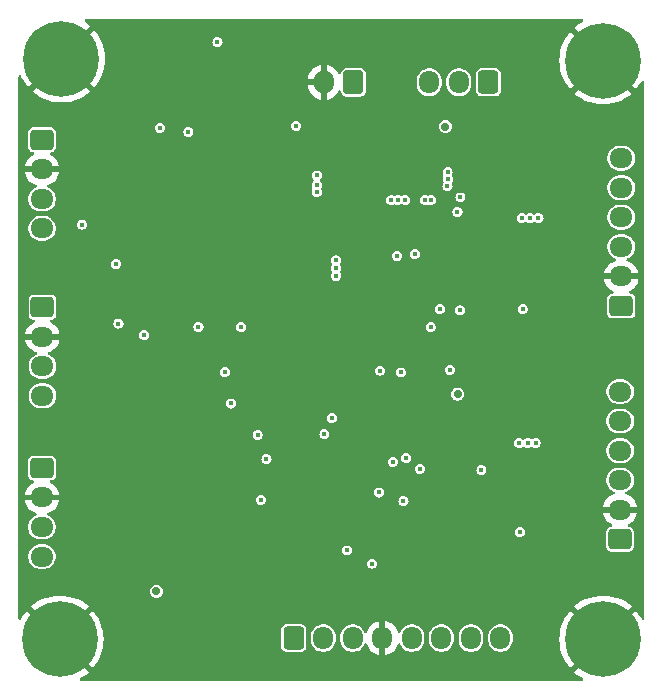
<source format=gbr>
%TF.GenerationSoftware,KiCad,Pcbnew,8.0.5*%
%TF.CreationDate,2024-10-23T09:12:10+02:00*%
%TF.ProjectId,ESE_AL8,4553455f-414c-4382-9e6b-696361645f70,rev?*%
%TF.SameCoordinates,Original*%
%TF.FileFunction,Copper,L2,Inr*%
%TF.FilePolarity,Positive*%
%FSLAX46Y46*%
G04 Gerber Fmt 4.6, Leading zero omitted, Abs format (unit mm)*
G04 Created by KiCad (PCBNEW 8.0.5) date 2024-10-23 09:12:10*
%MOMM*%
%LPD*%
G01*
G04 APERTURE LIST*
G04 Aperture macros list*
%AMRoundRect*
0 Rectangle with rounded corners*
0 $1 Rounding radius*
0 $2 $3 $4 $5 $6 $7 $8 $9 X,Y pos of 4 corners*
0 Add a 4 corners polygon primitive as box body*
4,1,4,$2,$3,$4,$5,$6,$7,$8,$9,$2,$3,0*
0 Add four circle primitives for the rounded corners*
1,1,$1+$1,$2,$3*
1,1,$1+$1,$4,$5*
1,1,$1+$1,$6,$7*
1,1,$1+$1,$8,$9*
0 Add four rect primitives between the rounded corners*
20,1,$1+$1,$2,$3,$4,$5,0*
20,1,$1+$1,$4,$5,$6,$7,0*
20,1,$1+$1,$6,$7,$8,$9,0*
20,1,$1+$1,$8,$9,$2,$3,0*%
G04 Aperture macros list end*
%TA.AperFunction,ComponentPad*%
%ADD10C,0.800000*%
%TD*%
%TA.AperFunction,ComponentPad*%
%ADD11C,6.400000*%
%TD*%
%TA.AperFunction,ComponentPad*%
%ADD12RoundRect,0.250000X0.725000X-0.600000X0.725000X0.600000X-0.725000X0.600000X-0.725000X-0.600000X0*%
%TD*%
%TA.AperFunction,ComponentPad*%
%ADD13O,1.950000X1.700000*%
%TD*%
%TA.AperFunction,ComponentPad*%
%ADD14RoundRect,0.250000X-0.725000X0.600000X-0.725000X-0.600000X0.725000X-0.600000X0.725000X0.600000X0*%
%TD*%
%TA.AperFunction,ComponentPad*%
%ADD15RoundRect,0.250000X0.600000X0.725000X-0.600000X0.725000X-0.600000X-0.725000X0.600000X-0.725000X0*%
%TD*%
%TA.AperFunction,ComponentPad*%
%ADD16O,1.700000X1.950000*%
%TD*%
%TA.AperFunction,ComponentPad*%
%ADD17RoundRect,0.250000X-0.600000X-0.725000X0.600000X-0.725000X0.600000X0.725000X-0.600000X0.725000X0*%
%TD*%
%TA.AperFunction,ComponentPad*%
%ADD18RoundRect,0.250000X0.600000X0.750000X-0.600000X0.750000X-0.600000X-0.750000X0.600000X-0.750000X0*%
%TD*%
%TA.AperFunction,ComponentPad*%
%ADD19O,1.700000X2.000000*%
%TD*%
%TA.AperFunction,ViaPad*%
%ADD20C,0.450000*%
%TD*%
%TA.AperFunction,ViaPad*%
%ADD21C,0.700000*%
%TD*%
G04 APERTURE END LIST*
D10*
%TO.N,GND*%
%TO.C,H4*%
X131600000Y-119000000D03*
X132302944Y-117302944D03*
X132302944Y-120697056D03*
X134000000Y-116600000D03*
D11*
X134000000Y-119000000D03*
D10*
X134000000Y-121400000D03*
X135697056Y-117302944D03*
X135697056Y-120697056D03*
X136400000Y-119000000D03*
%TD*%
%TO.N,GND*%
%TO.C,H3*%
X177600000Y-119000000D03*
X178302944Y-117302944D03*
X178302944Y-120697056D03*
X180000000Y-116600000D03*
D11*
X180000000Y-119000000D03*
D10*
X180000000Y-121400000D03*
X181697056Y-117302944D03*
X181697056Y-120697056D03*
X182400000Y-119000000D03*
%TD*%
D12*
%TO.N,/Actionneur/MOTEUR1-*%
%TO.C,J4*%
X181540000Y-90770000D03*
D13*
%TO.N,GND*%
X181540000Y-88270000D03*
%TO.N,/SENSORS/PHASE_A1*%
X181540000Y-85770000D03*
%TO.N,/SENSORS/PHASE_B1*%
X181540000Y-83270000D03*
%TO.N,+3.3V*%
X181540000Y-80770000D03*
%TO.N,/Actionneur/MOTEUR1+*%
X181540000Y-78270000D03*
%TD*%
D14*
%TO.N,+3.3V*%
%TO.C,J1*%
X132530000Y-90880000D03*
D13*
%TO.N,GND*%
X132530000Y-93380000D03*
%TO.N,/SENSORS/CB_OUT1*%
X132530000Y-95880000D03*
%TO.N,/SENSORS/CB_IN*%
X132530000Y-98380000D03*
%TD*%
D12*
%TO.N,/Actionneur/MOTEUR2-*%
%TO.C,J5*%
X181440000Y-110520000D03*
D13*
%TO.N,GND*%
X181440000Y-108020000D03*
%TO.N,/SENSORS/PHASE_A2*%
X181440000Y-105520000D03*
%TO.N,/SENSORS/PHASE_B2*%
X181440000Y-103020000D03*
%TO.N,+3.3V*%
X181440000Y-100520000D03*
%TO.N,/Actionneur/MOTEUR2+*%
X181440000Y-98020000D03*
%TD*%
D15*
%TO.N,unconnected-(SW2-C-Pad1)*%
%TO.C,SW2*%
X170290000Y-71830000D03*
D16*
%TO.N,+BATT*%
X167790000Y-71830000D03*
%TO.N,+7.2V*%
X165290000Y-71830000D03*
%TD*%
D14*
%TO.N,+3.3V*%
%TO.C,J8*%
X132500000Y-76710000D03*
D13*
%TO.N,GND*%
X132500000Y-79210000D03*
%TO.N,/Actionneur/SCL*%
X132500000Y-81710000D03*
%TO.N,/Actionneur/SDA*%
X132500000Y-84210000D03*
%TD*%
D14*
%TO.N,+3.3V*%
%TO.C,J2*%
X132490000Y-104490000D03*
D13*
%TO.N,GND*%
X132490000Y-106990000D03*
%TO.N,/SENSORS/CB_OUT2*%
X132490000Y-109490000D03*
%TO.N,/SENSORS/CB_IN*%
X132490000Y-111990000D03*
%TD*%
D17*
%TO.N,+5V*%
%TO.C,J3*%
X153810000Y-118890000D03*
D16*
%TO.N,/SENSORS/TX_LIDAR*%
X156310000Y-118890000D03*
%TO.N,/SENSORS/RX_LIDAR*%
X158810000Y-118890000D03*
%TO.N,GND*%
X161310000Y-118890000D03*
%TO.N,/SENSORS/M_SCTR_LIDAR*%
X163810000Y-118890000D03*
%TO.N,/SENSORS/DEV_EN_LIDAR*%
X166310000Y-118890000D03*
%TO.N,/SENSORS/M_EN_LIDAR*%
X168810000Y-118890000D03*
%TO.N,unconnected-(J3-Pin_8-Pad8)*%
X171310000Y-118890000D03*
%TD*%
D10*
%TO.N,GND*%
%TO.C,H2*%
X177600000Y-70000000D03*
X178302944Y-68302944D03*
X178302944Y-71697056D03*
X180000000Y-67600000D03*
D11*
X180000000Y-70000000D03*
D10*
X180000000Y-72400000D03*
X181697056Y-68302944D03*
X181697056Y-71697056D03*
X182400000Y-70000000D03*
%TD*%
D18*
%TO.N,+7.2V*%
%TO.C,J6*%
X158860000Y-71840000D03*
D19*
%TO.N,GND*%
X156360000Y-71840000D03*
%TD*%
D10*
%TO.N,GND*%
%TO.C,H1*%
X131740000Y-69840000D03*
X132442944Y-68142944D03*
X132442944Y-71537056D03*
X134140000Y-67440000D03*
D11*
X134140000Y-69840000D03*
D10*
X134140000Y-72240000D03*
X135837056Y-68142944D03*
X135837056Y-71537056D03*
X136540000Y-69840000D03*
%TD*%
D20*
%TO.N,/SENSORS/INT2_ACCELERO*%
X147980000Y-96390000D03*
X148480000Y-99030000D03*
%TO.N,GND*%
X173480000Y-105320000D03*
X134520000Y-83330000D03*
X149400000Y-121050000D03*
X172620000Y-98475000D03*
X175300000Y-87300000D03*
X155000000Y-106500000D03*
X144640000Y-108580000D03*
X145350000Y-103800000D03*
X135600000Y-86700000D03*
X172200000Y-106220000D03*
X146050000Y-68500000D03*
X155000000Y-107900000D03*
X159800000Y-79750000D03*
X173900000Y-88300000D03*
X167610000Y-85270000D03*
X156370000Y-106540000D03*
X175300000Y-88200000D03*
X156400000Y-105100000D03*
X138370000Y-103150000D03*
X163390000Y-104640000D03*
X173540000Y-107310000D03*
X172390000Y-86310000D03*
X157800000Y-105100000D03*
X138950000Y-91400000D03*
X153020000Y-100130000D03*
X162100000Y-87350000D03*
X154300000Y-114250000D03*
X159800000Y-81000000D03*
X160150000Y-114600000D03*
X161670000Y-82950000D03*
X157300000Y-115190000D03*
X170280000Y-106940000D03*
X160780000Y-111800000D03*
X144630000Y-107340000D03*
X160000000Y-94000000D03*
X172400000Y-88300000D03*
X138450000Y-118250000D03*
X177300000Y-85800000D03*
X144624964Y-106759367D03*
X175050000Y-105330000D03*
X177150000Y-104950000D03*
X177150000Y-108540000D03*
X161550000Y-80600000D03*
X148000000Y-114800000D03*
X144650000Y-106150000D03*
X150650000Y-99900000D03*
X175250000Y-111700000D03*
X139250000Y-90600000D03*
X144660000Y-107960000D03*
X140840000Y-110940000D03*
X142250000Y-68450000D03*
X137760000Y-87200000D03*
X163160000Y-110670000D03*
X174120000Y-98580000D03*
X150200000Y-108900000D03*
X140550000Y-81660000D03*
X138310000Y-101550000D03*
X150700000Y-96900000D03*
X175270000Y-86320000D03*
X161410000Y-102290000D03*
X141080000Y-95340000D03*
X145150000Y-85520000D03*
X138310000Y-99780000D03*
X168100000Y-94100000D03*
X172700000Y-79500000D03*
X176500000Y-108850000D03*
X173730000Y-86360000D03*
X156300000Y-107900000D03*
X139300000Y-89000000D03*
X144450000Y-109300000D03*
X141500000Y-121050000D03*
X176700000Y-89800000D03*
X164700000Y-109500000D03*
X150000000Y-103000000D03*
X175030000Y-106370000D03*
X176570000Y-106300000D03*
X159420000Y-75480000D03*
X144800000Y-68500000D03*
X177630000Y-108200000D03*
X172400000Y-87300000D03*
X166100000Y-78790000D03*
X157800000Y-107900000D03*
X172250000Y-105310000D03*
X160100000Y-113550000D03*
X174300000Y-79350000D03*
X143150000Y-89000000D03*
X175040000Y-107300000D03*
X157800000Y-106500000D03*
X172210000Y-107310000D03*
X164600000Y-108000000D03*
X155000000Y-105100000D03*
X137010000Y-84930000D03*
X174500000Y-93400000D03*
%TO.N,+3.3V*%
X147350000Y-68450000D03*
X160460000Y-112590000D03*
D21*
X142180000Y-114930000D03*
D20*
X135870000Y-83880000D03*
X138970000Y-92260000D03*
X138760000Y-87210000D03*
X154020000Y-75510000D03*
X150750000Y-101700000D03*
X151500000Y-103750000D03*
X162900000Y-96400000D03*
X141150000Y-93250000D03*
X162200000Y-103970000D03*
X161100000Y-96250000D03*
%TO.N,NRST*%
X151020000Y-107180000D03*
X142470000Y-75700000D03*
%TO.N,SWO*%
X157035000Y-100255000D03*
X144890000Y-76030000D03*
%TO.N,/SENSORS/PHASE_A1*%
X163340000Y-103660000D03*
%TO.N,/SENSORS/PHASE_B1*%
X164480000Y-104560000D03*
%TO.N,/SENSORS/PHASE_B2*%
X163100000Y-107310000D03*
%TO.N,/SENSORS/PHASE_A2*%
X156400000Y-101640000D03*
%TO.N,/SENSORS/INT1_ACCELERO*%
X149370000Y-92550000D03*
X145740000Y-92540000D03*
%TO.N,/Actionneur/FWD2*%
X169700000Y-104670000D03*
X161045023Y-106565023D03*
%TO.N,/SENSORS/RX_LIDAR*%
X158300000Y-111470000D03*
%TO.N,+BATT*%
X164940000Y-81800000D03*
X166840000Y-79450000D03*
X173190000Y-91030000D03*
X172890000Y-102390000D03*
X174530000Y-83340000D03*
X174290000Y-102380000D03*
D21*
X166650000Y-75590000D03*
D20*
X173610000Y-102390000D03*
X173110000Y-83350000D03*
X172950000Y-109930000D03*
X173810000Y-83340000D03*
X166820000Y-80650000D03*
X165410000Y-81800000D03*
X166847148Y-80025587D03*
%TO.N,/Alimentation/vcc*%
X167670000Y-82800000D03*
X164064199Y-86383239D03*
%TO.N,/Alimentation/sw*%
X163250000Y-81820000D03*
X157390000Y-88210000D03*
X162620000Y-81820000D03*
X157390000Y-87600000D03*
X162070000Y-81810000D03*
X157390000Y-86920000D03*
%TO.N,+5V*%
X166170000Y-91030000D03*
X155750000Y-80530000D03*
X167020000Y-96170000D03*
D21*
X167680000Y-98240000D03*
D20*
X167880000Y-91150000D03*
X155750000Y-81130000D03*
X165400000Y-92560000D03*
X155760000Y-79720000D03*
%TO.N,/Alimentation/en{slash}sync*%
X162550000Y-86520000D03*
X167920000Y-81580000D03*
%TD*%
%TA.AperFunction,Conductor*%
%TO.N,GND*%
G36*
X178268745Y-66520185D02*
G01*
X178314500Y-66572989D01*
X178324444Y-66642147D01*
X178295419Y-66705703D01*
X178258001Y-66734985D01*
X178147456Y-66791310D01*
X177822206Y-67002531D01*
X177564648Y-67211095D01*
X177564648Y-67211096D01*
X179059301Y-68705748D01*
X178957670Y-68779588D01*
X178779588Y-68957670D01*
X178705748Y-69059300D01*
X177211096Y-67564648D01*
X177211095Y-67564648D01*
X177002531Y-67822206D01*
X176791310Y-68147456D01*
X176615244Y-68493005D01*
X176476262Y-68855063D01*
X176375887Y-69229669D01*
X176375886Y-69229676D01*
X176315219Y-69612712D01*
X176294922Y-69999999D01*
X176294922Y-70000000D01*
X176315219Y-70387287D01*
X176375886Y-70770323D01*
X176375887Y-70770330D01*
X176476262Y-71144936D01*
X176615244Y-71506994D01*
X176791310Y-71852543D01*
X177002531Y-72177793D01*
X177211095Y-72435350D01*
X177211096Y-72435350D01*
X178705748Y-70940698D01*
X178779588Y-71042330D01*
X178957670Y-71220412D01*
X179059300Y-71294251D01*
X177564648Y-72788903D01*
X177564649Y-72788904D01*
X177822206Y-72997468D01*
X178147456Y-73208689D01*
X178493005Y-73384755D01*
X178855063Y-73523737D01*
X179229669Y-73624112D01*
X179229676Y-73624113D01*
X179612712Y-73684780D01*
X179999999Y-73705078D01*
X180000001Y-73705078D01*
X180387287Y-73684780D01*
X180770323Y-73624113D01*
X180770330Y-73624112D01*
X181144936Y-73523737D01*
X181506994Y-73384755D01*
X181852543Y-73208689D01*
X182177783Y-72997476D01*
X182177785Y-72997475D01*
X182435349Y-72788902D01*
X180940698Y-71294251D01*
X181042330Y-71220412D01*
X181220412Y-71042330D01*
X181294251Y-70940698D01*
X182788902Y-72435349D01*
X182997475Y-72177785D01*
X182997476Y-72177783D01*
X183208691Y-71852541D01*
X183208692Y-71852538D01*
X183265015Y-71741999D01*
X183312989Y-71691202D01*
X183380810Y-71674407D01*
X183446945Y-71696944D01*
X183490397Y-71751659D01*
X183499500Y-71798293D01*
X183499500Y-117201706D01*
X183479815Y-117268745D01*
X183427011Y-117314500D01*
X183357853Y-117324444D01*
X183294297Y-117295419D01*
X183265015Y-117258001D01*
X183208689Y-117147456D01*
X182997468Y-116822206D01*
X182788904Y-116564649D01*
X182788903Y-116564648D01*
X181294251Y-118059300D01*
X181220412Y-117957670D01*
X181042330Y-117779588D01*
X180940698Y-117705748D01*
X182435350Y-116211096D01*
X182435350Y-116211095D01*
X182177793Y-116002531D01*
X181852543Y-115791310D01*
X181506994Y-115615244D01*
X181144936Y-115476262D01*
X180770330Y-115375887D01*
X180770323Y-115375886D01*
X180387287Y-115315219D01*
X180000001Y-115294922D01*
X179999999Y-115294922D01*
X179612712Y-115315219D01*
X179229676Y-115375886D01*
X179229669Y-115375887D01*
X178855063Y-115476262D01*
X178493005Y-115615244D01*
X178147456Y-115791310D01*
X177822206Y-116002531D01*
X177564648Y-116211095D01*
X177564648Y-116211096D01*
X179059301Y-117705748D01*
X178957670Y-117779588D01*
X178779588Y-117957670D01*
X178705748Y-118059300D01*
X177211096Y-116564648D01*
X177211095Y-116564648D01*
X177002531Y-116822206D01*
X176791310Y-117147456D01*
X176615244Y-117493005D01*
X176476262Y-117855063D01*
X176375887Y-118229669D01*
X176375886Y-118229676D01*
X176315219Y-118612712D01*
X176294922Y-118999999D01*
X176294922Y-119000000D01*
X176315219Y-119387287D01*
X176375886Y-119770323D01*
X176375887Y-119770330D01*
X176476262Y-120144936D01*
X176615244Y-120506994D01*
X176791310Y-120852543D01*
X177002531Y-121177793D01*
X177211095Y-121435350D01*
X177211096Y-121435350D01*
X178705748Y-119940698D01*
X178779588Y-120042330D01*
X178957670Y-120220412D01*
X179059300Y-120294251D01*
X177564648Y-121788903D01*
X177564649Y-121788904D01*
X177822206Y-121997468D01*
X178147456Y-122208689D01*
X178258001Y-122265015D01*
X178308797Y-122312990D01*
X178325592Y-122380811D01*
X178303055Y-122446945D01*
X178248340Y-122490397D01*
X178201706Y-122499500D01*
X135798294Y-122499500D01*
X135731255Y-122479815D01*
X135685500Y-122427011D01*
X135675556Y-122357853D01*
X135704581Y-122294297D01*
X135741999Y-122265015D01*
X135852543Y-122208689D01*
X136177783Y-121997476D01*
X136177785Y-121997475D01*
X136435349Y-121788902D01*
X134940698Y-120294251D01*
X135042330Y-120220412D01*
X135220412Y-120042330D01*
X135294251Y-119940698D01*
X136788902Y-121435349D01*
X136997475Y-121177785D01*
X136997476Y-121177783D01*
X137208689Y-120852543D01*
X137384755Y-120506994D01*
X137523737Y-120144936D01*
X137624112Y-119770330D01*
X137624113Y-119770323D01*
X137684780Y-119387287D01*
X137705078Y-119000000D01*
X137705078Y-118999999D01*
X137684780Y-118612712D01*
X137624113Y-118229676D01*
X137624112Y-118229669D01*
X137592243Y-118110730D01*
X152759500Y-118110730D01*
X152759500Y-119669269D01*
X152762353Y-119699699D01*
X152762353Y-119699701D01*
X152807206Y-119827880D01*
X152807207Y-119827882D01*
X152887850Y-119937150D01*
X152997118Y-120017793D01*
X153018089Y-120025131D01*
X153125299Y-120062646D01*
X153155730Y-120065500D01*
X153155734Y-120065500D01*
X154464270Y-120065500D01*
X154494699Y-120062646D01*
X154494701Y-120062646D01*
X154558790Y-120040219D01*
X154622882Y-120017793D01*
X154732150Y-119937150D01*
X154812793Y-119827882D01*
X154849648Y-119722557D01*
X154857646Y-119699701D01*
X154857646Y-119699699D01*
X154860500Y-119669269D01*
X154860500Y-118661530D01*
X155259500Y-118661530D01*
X155259500Y-119118469D01*
X155299868Y-119321412D01*
X155299870Y-119321420D01*
X155317921Y-119365000D01*
X155379059Y-119512598D01*
X155392836Y-119533217D01*
X155494024Y-119684657D01*
X155640342Y-119830975D01*
X155640345Y-119830977D01*
X155812402Y-119945941D01*
X156003580Y-120025130D01*
X156192187Y-120062646D01*
X156206530Y-120065499D01*
X156206534Y-120065500D01*
X156206535Y-120065500D01*
X156413466Y-120065500D01*
X156413467Y-120065499D01*
X156616420Y-120025130D01*
X156807598Y-119945941D01*
X156979655Y-119830977D01*
X157125977Y-119684655D01*
X157240941Y-119512598D01*
X157320130Y-119321420D01*
X157360500Y-119118465D01*
X157360500Y-118661535D01*
X157360499Y-118661530D01*
X157759500Y-118661530D01*
X157759500Y-119118469D01*
X157799868Y-119321412D01*
X157799870Y-119321420D01*
X157817921Y-119365000D01*
X157879059Y-119512598D01*
X157892836Y-119533217D01*
X157994024Y-119684657D01*
X158140342Y-119830975D01*
X158140345Y-119830977D01*
X158312402Y-119945941D01*
X158503580Y-120025130D01*
X158692187Y-120062646D01*
X158706530Y-120065499D01*
X158706534Y-120065500D01*
X158706535Y-120065500D01*
X158913466Y-120065500D01*
X158913467Y-120065499D01*
X159116420Y-120025130D01*
X159307598Y-119945941D01*
X159479655Y-119830977D01*
X159625977Y-119684655D01*
X159740941Y-119512598D01*
X159786748Y-119402009D01*
X159830589Y-119347606D01*
X159896883Y-119325541D01*
X159964582Y-119342820D01*
X160012193Y-119393957D01*
X160019240Y-119411144D01*
X160058904Y-119533216D01*
X160155379Y-119722557D01*
X160280272Y-119894459D01*
X160280276Y-119894464D01*
X160430535Y-120044723D01*
X160430540Y-120044727D01*
X160602442Y-120169620D01*
X160791782Y-120266095D01*
X160993871Y-120331757D01*
X161060000Y-120342231D01*
X161060000Y-119294145D01*
X161126657Y-119332630D01*
X161247465Y-119365000D01*
X161372535Y-119365000D01*
X161493343Y-119332630D01*
X161560000Y-119294145D01*
X161560000Y-120342230D01*
X161626126Y-120331757D01*
X161626129Y-120331757D01*
X161828217Y-120266095D01*
X162017557Y-120169620D01*
X162189459Y-120044727D01*
X162189464Y-120044723D01*
X162339723Y-119894464D01*
X162339727Y-119894459D01*
X162464620Y-119722557D01*
X162561095Y-119533217D01*
X162600759Y-119411144D01*
X162640196Y-119353469D01*
X162704555Y-119326270D01*
X162773401Y-119338184D01*
X162824877Y-119385428D01*
X162833251Y-119402009D01*
X162879057Y-119512596D01*
X162994024Y-119684657D01*
X163140342Y-119830975D01*
X163140345Y-119830977D01*
X163312402Y-119945941D01*
X163503580Y-120025130D01*
X163692187Y-120062646D01*
X163706530Y-120065499D01*
X163706534Y-120065500D01*
X163706535Y-120065500D01*
X163913466Y-120065500D01*
X163913467Y-120065499D01*
X164116420Y-120025130D01*
X164307598Y-119945941D01*
X164479655Y-119830977D01*
X164625977Y-119684655D01*
X164740941Y-119512598D01*
X164820130Y-119321420D01*
X164860500Y-119118465D01*
X164860500Y-118661535D01*
X164860499Y-118661530D01*
X165259500Y-118661530D01*
X165259500Y-119118469D01*
X165299868Y-119321412D01*
X165299870Y-119321420D01*
X165317921Y-119365000D01*
X165379059Y-119512598D01*
X165392836Y-119533217D01*
X165494024Y-119684657D01*
X165640342Y-119830975D01*
X165640345Y-119830977D01*
X165812402Y-119945941D01*
X166003580Y-120025130D01*
X166192187Y-120062646D01*
X166206530Y-120065499D01*
X166206534Y-120065500D01*
X166206535Y-120065500D01*
X166413466Y-120065500D01*
X166413467Y-120065499D01*
X166616420Y-120025130D01*
X166807598Y-119945941D01*
X166979655Y-119830977D01*
X167125977Y-119684655D01*
X167240941Y-119512598D01*
X167320130Y-119321420D01*
X167360500Y-119118465D01*
X167360500Y-118661535D01*
X167360499Y-118661530D01*
X167759500Y-118661530D01*
X167759500Y-119118469D01*
X167799868Y-119321412D01*
X167799870Y-119321420D01*
X167817921Y-119365000D01*
X167879059Y-119512598D01*
X167892836Y-119533217D01*
X167994024Y-119684657D01*
X168140342Y-119830975D01*
X168140345Y-119830977D01*
X168312402Y-119945941D01*
X168503580Y-120025130D01*
X168692187Y-120062646D01*
X168706530Y-120065499D01*
X168706534Y-120065500D01*
X168706535Y-120065500D01*
X168913466Y-120065500D01*
X168913467Y-120065499D01*
X169116420Y-120025130D01*
X169307598Y-119945941D01*
X169479655Y-119830977D01*
X169625977Y-119684655D01*
X169740941Y-119512598D01*
X169820130Y-119321420D01*
X169860500Y-119118465D01*
X169860500Y-118661535D01*
X169860499Y-118661530D01*
X170259500Y-118661530D01*
X170259500Y-119118469D01*
X170299868Y-119321412D01*
X170299870Y-119321420D01*
X170317921Y-119365000D01*
X170379059Y-119512598D01*
X170392836Y-119533217D01*
X170494024Y-119684657D01*
X170640342Y-119830975D01*
X170640345Y-119830977D01*
X170812402Y-119945941D01*
X171003580Y-120025130D01*
X171192187Y-120062646D01*
X171206530Y-120065499D01*
X171206534Y-120065500D01*
X171206535Y-120065500D01*
X171413466Y-120065500D01*
X171413467Y-120065499D01*
X171616420Y-120025130D01*
X171807598Y-119945941D01*
X171979655Y-119830977D01*
X172125977Y-119684655D01*
X172240941Y-119512598D01*
X172320130Y-119321420D01*
X172360500Y-119118465D01*
X172360500Y-118661535D01*
X172320130Y-118458580D01*
X172240941Y-118267402D01*
X172125977Y-118095345D01*
X172125975Y-118095342D01*
X171979657Y-117949024D01*
X171839033Y-117855063D01*
X171807598Y-117834059D01*
X171616420Y-117754870D01*
X171616412Y-117754868D01*
X171413469Y-117714500D01*
X171413465Y-117714500D01*
X171206535Y-117714500D01*
X171206530Y-117714500D01*
X171003587Y-117754868D01*
X171003579Y-117754870D01*
X170812403Y-117834058D01*
X170640342Y-117949024D01*
X170494024Y-118095342D01*
X170379058Y-118267403D01*
X170299870Y-118458579D01*
X170299868Y-118458587D01*
X170259500Y-118661530D01*
X169860499Y-118661530D01*
X169820130Y-118458580D01*
X169740941Y-118267402D01*
X169625977Y-118095345D01*
X169625975Y-118095342D01*
X169479657Y-117949024D01*
X169339033Y-117855063D01*
X169307598Y-117834059D01*
X169116420Y-117754870D01*
X169116412Y-117754868D01*
X168913469Y-117714500D01*
X168913465Y-117714500D01*
X168706535Y-117714500D01*
X168706530Y-117714500D01*
X168503587Y-117754868D01*
X168503579Y-117754870D01*
X168312403Y-117834058D01*
X168140342Y-117949024D01*
X167994024Y-118095342D01*
X167879058Y-118267403D01*
X167799870Y-118458579D01*
X167799868Y-118458587D01*
X167759500Y-118661530D01*
X167360499Y-118661530D01*
X167320130Y-118458580D01*
X167240941Y-118267402D01*
X167125977Y-118095345D01*
X167125975Y-118095342D01*
X166979657Y-117949024D01*
X166839033Y-117855063D01*
X166807598Y-117834059D01*
X166616420Y-117754870D01*
X166616412Y-117754868D01*
X166413469Y-117714500D01*
X166413465Y-117714500D01*
X166206535Y-117714500D01*
X166206530Y-117714500D01*
X166003587Y-117754868D01*
X166003579Y-117754870D01*
X165812403Y-117834058D01*
X165640342Y-117949024D01*
X165494024Y-118095342D01*
X165379058Y-118267403D01*
X165299870Y-118458579D01*
X165299868Y-118458587D01*
X165259500Y-118661530D01*
X164860499Y-118661530D01*
X164820130Y-118458580D01*
X164740941Y-118267402D01*
X164625977Y-118095345D01*
X164625975Y-118095342D01*
X164479657Y-117949024D01*
X164339033Y-117855063D01*
X164307598Y-117834059D01*
X164116420Y-117754870D01*
X164116412Y-117754868D01*
X163913469Y-117714500D01*
X163913465Y-117714500D01*
X163706535Y-117714500D01*
X163706530Y-117714500D01*
X163503587Y-117754868D01*
X163503579Y-117754870D01*
X163312403Y-117834058D01*
X163140342Y-117949024D01*
X162994024Y-118095342D01*
X162879057Y-118267404D01*
X162833251Y-118377990D01*
X162789409Y-118432394D01*
X162723115Y-118454458D01*
X162655416Y-118437178D01*
X162607806Y-118386041D01*
X162600759Y-118368855D01*
X162561095Y-118246782D01*
X162464620Y-118057442D01*
X162339727Y-117885540D01*
X162339723Y-117885535D01*
X162189464Y-117735276D01*
X162189459Y-117735272D01*
X162017557Y-117610379D01*
X161828215Y-117513903D01*
X161626124Y-117448241D01*
X161560000Y-117437768D01*
X161560000Y-118485854D01*
X161493343Y-118447370D01*
X161372535Y-118415000D01*
X161247465Y-118415000D01*
X161126657Y-118447370D01*
X161060000Y-118485854D01*
X161060000Y-117437768D01*
X161059999Y-117437768D01*
X160993875Y-117448241D01*
X160791784Y-117513903D01*
X160602442Y-117610379D01*
X160430540Y-117735272D01*
X160430535Y-117735276D01*
X160280276Y-117885535D01*
X160280272Y-117885540D01*
X160155379Y-118057442D01*
X160058905Y-118246781D01*
X160019240Y-118368856D01*
X159979802Y-118426531D01*
X159915443Y-118453729D01*
X159846597Y-118441814D01*
X159795121Y-118394570D01*
X159786748Y-118377990D01*
X159782964Y-118368855D01*
X159740941Y-118267402D01*
X159625977Y-118095345D01*
X159625975Y-118095342D01*
X159479657Y-117949024D01*
X159339033Y-117855063D01*
X159307598Y-117834059D01*
X159116420Y-117754870D01*
X159116412Y-117754868D01*
X158913469Y-117714500D01*
X158913465Y-117714500D01*
X158706535Y-117714500D01*
X158706530Y-117714500D01*
X158503587Y-117754868D01*
X158503579Y-117754870D01*
X158312403Y-117834058D01*
X158140342Y-117949024D01*
X157994024Y-118095342D01*
X157879058Y-118267403D01*
X157799870Y-118458579D01*
X157799868Y-118458587D01*
X157759500Y-118661530D01*
X157360499Y-118661530D01*
X157320130Y-118458580D01*
X157240941Y-118267402D01*
X157125977Y-118095345D01*
X157125975Y-118095342D01*
X156979657Y-117949024D01*
X156839033Y-117855063D01*
X156807598Y-117834059D01*
X156616420Y-117754870D01*
X156616412Y-117754868D01*
X156413469Y-117714500D01*
X156413465Y-117714500D01*
X156206535Y-117714500D01*
X156206530Y-117714500D01*
X156003587Y-117754868D01*
X156003579Y-117754870D01*
X155812403Y-117834058D01*
X155640342Y-117949024D01*
X155494024Y-118095342D01*
X155379058Y-118267403D01*
X155299870Y-118458579D01*
X155299868Y-118458587D01*
X155259500Y-118661530D01*
X154860500Y-118661530D01*
X154860500Y-118110730D01*
X154857646Y-118080300D01*
X154857646Y-118080298D01*
X154824006Y-117984163D01*
X154812793Y-117952118D01*
X154732150Y-117842850D01*
X154622882Y-117762207D01*
X154622880Y-117762206D01*
X154494700Y-117717353D01*
X154464270Y-117714500D01*
X154464266Y-117714500D01*
X153155734Y-117714500D01*
X153155730Y-117714500D01*
X153125300Y-117717353D01*
X153125298Y-117717353D01*
X152997119Y-117762206D01*
X152997117Y-117762207D01*
X152887850Y-117842850D01*
X152807207Y-117952117D01*
X152807206Y-117952119D01*
X152762353Y-118080298D01*
X152762353Y-118080300D01*
X152759500Y-118110730D01*
X137592243Y-118110730D01*
X137523737Y-117855063D01*
X137384755Y-117493005D01*
X137208689Y-117147456D01*
X136997468Y-116822206D01*
X136788904Y-116564649D01*
X136788903Y-116564648D01*
X135294251Y-118059300D01*
X135220412Y-117957670D01*
X135042330Y-117779588D01*
X134940698Y-117705748D01*
X136435350Y-116211096D01*
X136435350Y-116211095D01*
X136177793Y-116002531D01*
X135852543Y-115791310D01*
X135506994Y-115615244D01*
X135144936Y-115476262D01*
X134770330Y-115375887D01*
X134770323Y-115375886D01*
X134387287Y-115315219D01*
X134000001Y-115294922D01*
X133999999Y-115294922D01*
X133612712Y-115315219D01*
X133229676Y-115375886D01*
X133229669Y-115375887D01*
X132855063Y-115476262D01*
X132493005Y-115615244D01*
X132147456Y-115791310D01*
X131822206Y-116002531D01*
X131564648Y-116211095D01*
X131564648Y-116211096D01*
X133059301Y-117705748D01*
X132957670Y-117779588D01*
X132779588Y-117957670D01*
X132705748Y-118059301D01*
X131211096Y-116564648D01*
X131211095Y-116564648D01*
X131002531Y-116822206D01*
X130791310Y-117147456D01*
X130734985Y-117258001D01*
X130687010Y-117308797D01*
X130619189Y-117325592D01*
X130553055Y-117303055D01*
X130509603Y-117248340D01*
X130500500Y-117201706D01*
X130500500Y-114929999D01*
X141624750Y-114929999D01*
X141624750Y-114930000D01*
X141643670Y-115073708D01*
X141643671Y-115073712D01*
X141699137Y-115207622D01*
X141699138Y-115207624D01*
X141699139Y-115207625D01*
X141787379Y-115322621D01*
X141902375Y-115410861D01*
X142036291Y-115466330D01*
X142163280Y-115483048D01*
X142179999Y-115485250D01*
X142180000Y-115485250D01*
X142180001Y-115485250D01*
X142194977Y-115483278D01*
X142323709Y-115466330D01*
X142457625Y-115410861D01*
X142572621Y-115322621D01*
X142660861Y-115207625D01*
X142716330Y-115073709D01*
X142735250Y-114930000D01*
X142716330Y-114786291D01*
X142660861Y-114652375D01*
X142572621Y-114537379D01*
X142457625Y-114449139D01*
X142457624Y-114449138D01*
X142457622Y-114449137D01*
X142323712Y-114393671D01*
X142323710Y-114393670D01*
X142323709Y-114393670D01*
X142251854Y-114384210D01*
X142180001Y-114374750D01*
X142179999Y-114374750D01*
X142036291Y-114393670D01*
X142036287Y-114393671D01*
X141902377Y-114449137D01*
X141787379Y-114537379D01*
X141699137Y-114652377D01*
X141643671Y-114786287D01*
X141643670Y-114786291D01*
X141624750Y-114929999D01*
X130500500Y-114929999D01*
X130500500Y-111886530D01*
X131314500Y-111886530D01*
X131314500Y-112093469D01*
X131354868Y-112296412D01*
X131354870Y-112296420D01*
X131434058Y-112487596D01*
X131549024Y-112659657D01*
X131695342Y-112805975D01*
X131695345Y-112805977D01*
X131867402Y-112920941D01*
X132058580Y-113000130D01*
X132261530Y-113040499D01*
X132261534Y-113040500D01*
X132261535Y-113040500D01*
X132718466Y-113040500D01*
X132718467Y-113040499D01*
X132921420Y-113000130D01*
X133112598Y-112920941D01*
X133284655Y-112805977D01*
X133430977Y-112659655D01*
X133477521Y-112589997D01*
X160029196Y-112589997D01*
X160029196Y-112590002D01*
X160050279Y-112723121D01*
X160050280Y-112723124D01*
X160050281Y-112723126D01*
X160092495Y-112805975D01*
X160111473Y-112843221D01*
X160111476Y-112843225D01*
X160206774Y-112938523D01*
X160206778Y-112938526D01*
X160206780Y-112938528D01*
X160326874Y-112999719D01*
X160326876Y-112999719D01*
X160326878Y-112999720D01*
X160459998Y-113020804D01*
X160460000Y-113020804D01*
X160460002Y-113020804D01*
X160593121Y-112999720D01*
X160593121Y-112999719D01*
X160593126Y-112999719D01*
X160713220Y-112938528D01*
X160808528Y-112843220D01*
X160869719Y-112723126D01*
X160869720Y-112723121D01*
X160890804Y-112590002D01*
X160890804Y-112589997D01*
X160869720Y-112456878D01*
X160869719Y-112456876D01*
X160869719Y-112456874D01*
X160808528Y-112336780D01*
X160808526Y-112336778D01*
X160808523Y-112336774D01*
X160713225Y-112241476D01*
X160713221Y-112241473D01*
X160713220Y-112241472D01*
X160593126Y-112180281D01*
X160593124Y-112180280D01*
X160593121Y-112180279D01*
X160460002Y-112159196D01*
X160459998Y-112159196D01*
X160326878Y-112180279D01*
X160206778Y-112241473D01*
X160206774Y-112241476D01*
X160111476Y-112336774D01*
X160111473Y-112336778D01*
X160050279Y-112456878D01*
X160029196Y-112589997D01*
X133477521Y-112589997D01*
X133545941Y-112487598D01*
X133625130Y-112296420D01*
X133665500Y-112093465D01*
X133665500Y-111886535D01*
X133625130Y-111683580D01*
X133545941Y-111492402D01*
X133530971Y-111469997D01*
X157869196Y-111469997D01*
X157869196Y-111470002D01*
X157890279Y-111603121D01*
X157890280Y-111603124D01*
X157890281Y-111603126D01*
X157931278Y-111683587D01*
X157951473Y-111723221D01*
X157951476Y-111723225D01*
X158046774Y-111818523D01*
X158046778Y-111818526D01*
X158046780Y-111818528D01*
X158166874Y-111879719D01*
X158166876Y-111879719D01*
X158166878Y-111879720D01*
X158299998Y-111900804D01*
X158300000Y-111900804D01*
X158300002Y-111900804D01*
X158433121Y-111879720D01*
X158433121Y-111879719D01*
X158433126Y-111879719D01*
X158553220Y-111818528D01*
X158648528Y-111723220D01*
X158709719Y-111603126D01*
X158709720Y-111603121D01*
X158730804Y-111470002D01*
X158730804Y-111469997D01*
X158709720Y-111336878D01*
X158709719Y-111336876D01*
X158709719Y-111336874D01*
X158648528Y-111216780D01*
X158648526Y-111216778D01*
X158648523Y-111216774D01*
X158553225Y-111121476D01*
X158553221Y-111121473D01*
X158553220Y-111121472D01*
X158433126Y-111060281D01*
X158433124Y-111060280D01*
X158433121Y-111060279D01*
X158300002Y-111039196D01*
X158299998Y-111039196D01*
X158166878Y-111060279D01*
X158046778Y-111121473D01*
X158046774Y-111121476D01*
X157951476Y-111216774D01*
X157951473Y-111216778D01*
X157951472Y-111216780D01*
X157898705Y-111320342D01*
X157890279Y-111336878D01*
X157869196Y-111469997D01*
X133530971Y-111469997D01*
X133430977Y-111320345D01*
X133430975Y-111320342D01*
X133284657Y-111174024D01*
X133198626Y-111116541D01*
X133112598Y-111059059D01*
X132921420Y-110979870D01*
X132921412Y-110979868D01*
X132718469Y-110939500D01*
X132718465Y-110939500D01*
X132261535Y-110939500D01*
X132261530Y-110939500D01*
X132058587Y-110979868D01*
X132058579Y-110979870D01*
X131867403Y-111059058D01*
X131695342Y-111174024D01*
X131549024Y-111320342D01*
X131434058Y-111492403D01*
X131354870Y-111683579D01*
X131354868Y-111683587D01*
X131314500Y-111886530D01*
X130500500Y-111886530D01*
X130500500Y-106740000D01*
X131037769Y-106740000D01*
X132085854Y-106740000D01*
X132047370Y-106806657D01*
X132015000Y-106927465D01*
X132015000Y-107052535D01*
X132047370Y-107173343D01*
X132085854Y-107240000D01*
X131037769Y-107240000D01*
X131048242Y-107306126D01*
X131048242Y-107306129D01*
X131113904Y-107508217D01*
X131210379Y-107697557D01*
X131335272Y-107869459D01*
X131335276Y-107869464D01*
X131485535Y-108019723D01*
X131485540Y-108019727D01*
X131657442Y-108144620D01*
X131846782Y-108241095D01*
X131968855Y-108280759D01*
X132026530Y-108320196D01*
X132053729Y-108384555D01*
X132041815Y-108453401D01*
X131994570Y-108504877D01*
X131977990Y-108513251D01*
X131867404Y-108559057D01*
X131695342Y-108674024D01*
X131549024Y-108820342D01*
X131434058Y-108992403D01*
X131354870Y-109183579D01*
X131354868Y-109183587D01*
X131314500Y-109386530D01*
X131314500Y-109593469D01*
X131354868Y-109796412D01*
X131354870Y-109796420D01*
X131434059Y-109987598D01*
X131484525Y-110063126D01*
X131549024Y-110159657D01*
X131695342Y-110305975D01*
X131695345Y-110305977D01*
X131867402Y-110420941D01*
X132058580Y-110500130D01*
X132261530Y-110540499D01*
X132261534Y-110540500D01*
X132261535Y-110540500D01*
X132718466Y-110540500D01*
X132718467Y-110540499D01*
X132921420Y-110500130D01*
X133112598Y-110420941D01*
X133284655Y-110305977D01*
X133430977Y-110159655D01*
X133545941Y-109987598D01*
X133569800Y-109929997D01*
X172519196Y-109929997D01*
X172519196Y-109930002D01*
X172540279Y-110063121D01*
X172540280Y-110063124D01*
X172540281Y-110063126D01*
X172601472Y-110183220D01*
X172601473Y-110183221D01*
X172601476Y-110183225D01*
X172696774Y-110278523D01*
X172696778Y-110278526D01*
X172696780Y-110278528D01*
X172816874Y-110339719D01*
X172816876Y-110339719D01*
X172816878Y-110339720D01*
X172949998Y-110360804D01*
X172950000Y-110360804D01*
X172950002Y-110360804D01*
X173083121Y-110339720D01*
X173083121Y-110339719D01*
X173083126Y-110339719D01*
X173203220Y-110278528D01*
X173298528Y-110183220D01*
X173359719Y-110063126D01*
X173359720Y-110063121D01*
X173380804Y-109930002D01*
X173380804Y-109929997D01*
X173359720Y-109796878D01*
X173359719Y-109796876D01*
X173359719Y-109796874D01*
X173298528Y-109676780D01*
X173298526Y-109676778D01*
X173298523Y-109676774D01*
X173203225Y-109581476D01*
X173203221Y-109581473D01*
X173203220Y-109581472D01*
X173083126Y-109520281D01*
X173083124Y-109520280D01*
X173083121Y-109520279D01*
X172950002Y-109499196D01*
X172949998Y-109499196D01*
X172816878Y-109520279D01*
X172696778Y-109581473D01*
X172696774Y-109581476D01*
X172601476Y-109676774D01*
X172601473Y-109676778D01*
X172540279Y-109796878D01*
X172519196Y-109929997D01*
X133569800Y-109929997D01*
X133625130Y-109796420D01*
X133665500Y-109593465D01*
X133665500Y-109386535D01*
X133625130Y-109183580D01*
X133545941Y-108992402D01*
X133430977Y-108820345D01*
X133430975Y-108820342D01*
X133284657Y-108674024D01*
X133112596Y-108559057D01*
X133002009Y-108513251D01*
X132947606Y-108469410D01*
X132925541Y-108403116D01*
X132942820Y-108335416D01*
X132993958Y-108287806D01*
X133011144Y-108280759D01*
X133133217Y-108241095D01*
X133322557Y-108144620D01*
X133494459Y-108019727D01*
X133494464Y-108019723D01*
X133644723Y-107869464D01*
X133644727Y-107869459D01*
X133716988Y-107770000D01*
X179987769Y-107770000D01*
X181035854Y-107770000D01*
X180997370Y-107836657D01*
X180965000Y-107957465D01*
X180965000Y-108082535D01*
X180997370Y-108203343D01*
X181035854Y-108270000D01*
X179987769Y-108270000D01*
X179998242Y-108336126D01*
X179998242Y-108336129D01*
X180063904Y-108538217D01*
X180160379Y-108727557D01*
X180285272Y-108899459D01*
X180285276Y-108899464D01*
X180435535Y-109049723D01*
X180435540Y-109049727D01*
X180607442Y-109174620D01*
X180725971Y-109235015D01*
X180776767Y-109282990D01*
X180793562Y-109350811D01*
X180771024Y-109416946D01*
X180716309Y-109460397D01*
X180669676Y-109469500D01*
X180660730Y-109469500D01*
X180630300Y-109472353D01*
X180630298Y-109472353D01*
X180502119Y-109517206D01*
X180502117Y-109517207D01*
X180392850Y-109597850D01*
X180312207Y-109707117D01*
X180312206Y-109707119D01*
X180267353Y-109835298D01*
X180267353Y-109835300D01*
X180264500Y-109865730D01*
X180264500Y-111174269D01*
X180267353Y-111204699D01*
X180267353Y-111204701D01*
X180307819Y-111320342D01*
X180312207Y-111332882D01*
X180392850Y-111442150D01*
X180502118Y-111522793D01*
X180544845Y-111537744D01*
X180630299Y-111567646D01*
X180660730Y-111570500D01*
X180660734Y-111570500D01*
X182219270Y-111570500D01*
X182249699Y-111567646D01*
X182249701Y-111567646D01*
X182313790Y-111545219D01*
X182377882Y-111522793D01*
X182487150Y-111442150D01*
X182567793Y-111332882D01*
X182608419Y-111216780D01*
X182612646Y-111204701D01*
X182612646Y-111204699D01*
X182615500Y-111174269D01*
X182615500Y-109865730D01*
X182612646Y-109835300D01*
X182612646Y-109835298D01*
X182567793Y-109707119D01*
X182567792Y-109707117D01*
X182487150Y-109597850D01*
X182377882Y-109517207D01*
X182377880Y-109517206D01*
X182249700Y-109472353D01*
X182219270Y-109469500D01*
X182219266Y-109469500D01*
X182210324Y-109469500D01*
X182143285Y-109449815D01*
X182097530Y-109397011D01*
X182087586Y-109327853D01*
X182116611Y-109264297D01*
X182154029Y-109235015D01*
X182272557Y-109174620D01*
X182444459Y-109049727D01*
X182444464Y-109049723D01*
X182594723Y-108899464D01*
X182594727Y-108899459D01*
X182719620Y-108727557D01*
X182816095Y-108538217D01*
X182881757Y-108336129D01*
X182881757Y-108336126D01*
X182892231Y-108270000D01*
X181844146Y-108270000D01*
X181882630Y-108203343D01*
X181915000Y-108082535D01*
X181915000Y-107957465D01*
X181882630Y-107836657D01*
X181844146Y-107770000D01*
X182892231Y-107770000D01*
X182881757Y-107703873D01*
X182881757Y-107703870D01*
X182816095Y-107501782D01*
X182719620Y-107312442D01*
X182594727Y-107140540D01*
X182594723Y-107140535D01*
X182444464Y-106990276D01*
X182444459Y-106990272D01*
X182272557Y-106865379D01*
X182083216Y-106768904D01*
X181961144Y-106729240D01*
X181903468Y-106689802D01*
X181876270Y-106625444D01*
X181888185Y-106556597D01*
X181935429Y-106505122D01*
X181952006Y-106496749D01*
X182062598Y-106450941D01*
X182234655Y-106335977D01*
X182380977Y-106189655D01*
X182495941Y-106017598D01*
X182575130Y-105826420D01*
X182615500Y-105623465D01*
X182615500Y-105416535D01*
X182575130Y-105213580D01*
X182495941Y-105022402D01*
X182380977Y-104850345D01*
X182380975Y-104850342D01*
X182234657Y-104704024D01*
X182148626Y-104646541D01*
X182062598Y-104589059D01*
X181871420Y-104509870D01*
X181871412Y-104509868D01*
X181668469Y-104469500D01*
X181668465Y-104469500D01*
X181211535Y-104469500D01*
X181211530Y-104469500D01*
X181008587Y-104509868D01*
X181008579Y-104509870D01*
X180817403Y-104589058D01*
X180645342Y-104704024D01*
X180499024Y-104850342D01*
X180384058Y-105022403D01*
X180304870Y-105213579D01*
X180304868Y-105213587D01*
X180264500Y-105416530D01*
X180264500Y-105623469D01*
X180304868Y-105826412D01*
X180304870Y-105826420D01*
X180384058Y-106017596D01*
X180499024Y-106189657D01*
X180645342Y-106335975D01*
X180645345Y-106335977D01*
X180817402Y-106450941D01*
X180927990Y-106496748D01*
X180982393Y-106540589D01*
X181004458Y-106606883D01*
X180987179Y-106674582D01*
X180936042Y-106722193D01*
X180918856Y-106729240D01*
X180796781Y-106768905D01*
X180607442Y-106865379D01*
X180435540Y-106990272D01*
X180435535Y-106990276D01*
X180285276Y-107140535D01*
X180285272Y-107140540D01*
X180160379Y-107312442D01*
X180063904Y-107501782D01*
X179998242Y-107703870D01*
X179998242Y-107703873D01*
X179987769Y-107770000D01*
X133716988Y-107770000D01*
X133769620Y-107697557D01*
X133866095Y-107508217D01*
X133931757Y-107306129D01*
X133931757Y-107306126D01*
X133942231Y-107240000D01*
X132894146Y-107240000D01*
X132928788Y-107179997D01*
X150589196Y-107179997D01*
X150589196Y-107180002D01*
X150610279Y-107313121D01*
X150610280Y-107313124D01*
X150610281Y-107313126D01*
X150671472Y-107433220D01*
X150671473Y-107433221D01*
X150671476Y-107433225D01*
X150766774Y-107528523D01*
X150766778Y-107528526D01*
X150766780Y-107528528D01*
X150886874Y-107589719D01*
X150886876Y-107589719D01*
X150886878Y-107589720D01*
X151019998Y-107610804D01*
X151020000Y-107610804D01*
X151020002Y-107610804D01*
X151153121Y-107589720D01*
X151153121Y-107589719D01*
X151153126Y-107589719D01*
X151273220Y-107528528D01*
X151368528Y-107433220D01*
X151429719Y-107313126D01*
X151429720Y-107313121D01*
X151430215Y-107309997D01*
X162669196Y-107309997D01*
X162669196Y-107310002D01*
X162690279Y-107443121D01*
X162690280Y-107443124D01*
X162690281Y-107443126D01*
X162751472Y-107563220D01*
X162751473Y-107563221D01*
X162751476Y-107563225D01*
X162846774Y-107658523D01*
X162846778Y-107658526D01*
X162846780Y-107658528D01*
X162966874Y-107719719D01*
X162966876Y-107719719D01*
X162966878Y-107719720D01*
X163099998Y-107740804D01*
X163100000Y-107740804D01*
X163100002Y-107740804D01*
X163233121Y-107719720D01*
X163233121Y-107719719D01*
X163233126Y-107719719D01*
X163353220Y-107658528D01*
X163448528Y-107563220D01*
X163509719Y-107443126D01*
X163511288Y-107433220D01*
X163530804Y-107310002D01*
X163530804Y-107309997D01*
X163509720Y-107176878D01*
X163509719Y-107176876D01*
X163509719Y-107176874D01*
X163448528Y-107056780D01*
X163448526Y-107056778D01*
X163448523Y-107056774D01*
X163353225Y-106961476D01*
X163353221Y-106961473D01*
X163353220Y-106961472D01*
X163233126Y-106900281D01*
X163233124Y-106900280D01*
X163233121Y-106900279D01*
X163100002Y-106879196D01*
X163099998Y-106879196D01*
X162966878Y-106900279D01*
X162846778Y-106961473D01*
X162846774Y-106961476D01*
X162751476Y-107056774D01*
X162751473Y-107056778D01*
X162690279Y-107176878D01*
X162669196Y-107309997D01*
X151430215Y-107309997D01*
X151450804Y-107180002D01*
X151450804Y-107179997D01*
X151429720Y-107046878D01*
X151429719Y-107046876D01*
X151429719Y-107046874D01*
X151368528Y-106926780D01*
X151368526Y-106926778D01*
X151368523Y-106926774D01*
X151273225Y-106831476D01*
X151273221Y-106831473D01*
X151273220Y-106831472D01*
X151153126Y-106770281D01*
X151153124Y-106770280D01*
X151153121Y-106770279D01*
X151020002Y-106749196D01*
X151019998Y-106749196D01*
X150886878Y-106770279D01*
X150766778Y-106831473D01*
X150766774Y-106831476D01*
X150671476Y-106926774D01*
X150671473Y-106926778D01*
X150610279Y-107046878D01*
X150589196Y-107179997D01*
X132928788Y-107179997D01*
X132932630Y-107173343D01*
X132965000Y-107052535D01*
X132965000Y-106927465D01*
X132932630Y-106806657D01*
X132894146Y-106740000D01*
X133942231Y-106740000D01*
X133931757Y-106673873D01*
X133931757Y-106673870D01*
X133896390Y-106565020D01*
X160614219Y-106565020D01*
X160614219Y-106565025D01*
X160635302Y-106698144D01*
X160635303Y-106698147D01*
X160635304Y-106698149D01*
X160690592Y-106806657D01*
X160696496Y-106818244D01*
X160696499Y-106818248D01*
X160791797Y-106913546D01*
X160791801Y-106913549D01*
X160791803Y-106913551D01*
X160911897Y-106974742D01*
X160911899Y-106974742D01*
X160911901Y-106974743D01*
X161045021Y-106995827D01*
X161045023Y-106995827D01*
X161045025Y-106995827D01*
X161178144Y-106974743D01*
X161178144Y-106974742D01*
X161178149Y-106974742D01*
X161298243Y-106913551D01*
X161393551Y-106818243D01*
X161454742Y-106698149D01*
X161458587Y-106673873D01*
X161475827Y-106565025D01*
X161475827Y-106565020D01*
X161454743Y-106431901D01*
X161454742Y-106431899D01*
X161454742Y-106431897D01*
X161393551Y-106311803D01*
X161393549Y-106311801D01*
X161393546Y-106311797D01*
X161298248Y-106216499D01*
X161298244Y-106216496D01*
X161298243Y-106216495D01*
X161178149Y-106155304D01*
X161178147Y-106155303D01*
X161178144Y-106155302D01*
X161045025Y-106134219D01*
X161045021Y-106134219D01*
X160911901Y-106155302D01*
X160911897Y-106155303D01*
X160911897Y-106155304D01*
X160831834Y-106196098D01*
X160791801Y-106216496D01*
X160791797Y-106216499D01*
X160696499Y-106311797D01*
X160696496Y-106311801D01*
X160635302Y-106431901D01*
X160614219Y-106565020D01*
X133896390Y-106565020D01*
X133866095Y-106471782D01*
X133769620Y-106282442D01*
X133644727Y-106110540D01*
X133644723Y-106110535D01*
X133494464Y-105960276D01*
X133494459Y-105960272D01*
X133322557Y-105835379D01*
X133204029Y-105774985D01*
X133153233Y-105727010D01*
X133136438Y-105659189D01*
X133158976Y-105593054D01*
X133213691Y-105549603D01*
X133260324Y-105540500D01*
X133269270Y-105540500D01*
X133299699Y-105537646D01*
X133299701Y-105537646D01*
X133363790Y-105515219D01*
X133427882Y-105492793D01*
X133537150Y-105412150D01*
X133617793Y-105302882D01*
X133649041Y-105213580D01*
X133662646Y-105174701D01*
X133662646Y-105174699D01*
X133665500Y-105144269D01*
X133665500Y-104559997D01*
X164049196Y-104559997D01*
X164049196Y-104560002D01*
X164070279Y-104693121D01*
X164070280Y-104693124D01*
X164070281Y-104693126D01*
X164126329Y-104803126D01*
X164131473Y-104813221D01*
X164131476Y-104813225D01*
X164226774Y-104908523D01*
X164226778Y-104908526D01*
X164226780Y-104908528D01*
X164346874Y-104969719D01*
X164346876Y-104969719D01*
X164346878Y-104969720D01*
X164479998Y-104990804D01*
X164480000Y-104990804D01*
X164480002Y-104990804D01*
X164613121Y-104969720D01*
X164613121Y-104969719D01*
X164613126Y-104969719D01*
X164733220Y-104908528D01*
X164828528Y-104813220D01*
X164889719Y-104693126D01*
X164889720Y-104693121D01*
X164893382Y-104669997D01*
X169269196Y-104669997D01*
X169269196Y-104670002D01*
X169290279Y-104803121D01*
X169290280Y-104803124D01*
X169290281Y-104803126D01*
X169351472Y-104923220D01*
X169351473Y-104923221D01*
X169351476Y-104923225D01*
X169446774Y-105018523D01*
X169446778Y-105018526D01*
X169446780Y-105018528D01*
X169566874Y-105079719D01*
X169566876Y-105079719D01*
X169566878Y-105079720D01*
X169699998Y-105100804D01*
X169700000Y-105100804D01*
X169700002Y-105100804D01*
X169833121Y-105079720D01*
X169833121Y-105079719D01*
X169833126Y-105079719D01*
X169953220Y-105018528D01*
X170048528Y-104923220D01*
X170109719Y-104803126D01*
X170125415Y-104704024D01*
X170130804Y-104670002D01*
X170130804Y-104669997D01*
X170109720Y-104536878D01*
X170109719Y-104536876D01*
X170109719Y-104536874D01*
X170048528Y-104416780D01*
X170048526Y-104416778D01*
X170048523Y-104416774D01*
X169953225Y-104321476D01*
X169953221Y-104321473D01*
X169953220Y-104321472D01*
X169833126Y-104260281D01*
X169833124Y-104260280D01*
X169833121Y-104260279D01*
X169700002Y-104239196D01*
X169699998Y-104239196D01*
X169566878Y-104260279D01*
X169446778Y-104321473D01*
X169446774Y-104321476D01*
X169351476Y-104416774D01*
X169351473Y-104416778D01*
X169290279Y-104536878D01*
X169269196Y-104669997D01*
X164893382Y-104669997D01*
X164910804Y-104560002D01*
X164910804Y-104559997D01*
X164889720Y-104426878D01*
X164889719Y-104426876D01*
X164889719Y-104426874D01*
X164828528Y-104306780D01*
X164828526Y-104306778D01*
X164828523Y-104306774D01*
X164733225Y-104211476D01*
X164733221Y-104211473D01*
X164733220Y-104211472D01*
X164613126Y-104150281D01*
X164613124Y-104150280D01*
X164613121Y-104150279D01*
X164480002Y-104129196D01*
X164479998Y-104129196D01*
X164346878Y-104150279D01*
X164226778Y-104211473D01*
X164226774Y-104211476D01*
X164131476Y-104306774D01*
X164131473Y-104306778D01*
X164070279Y-104426878D01*
X164049196Y-104559997D01*
X133665500Y-104559997D01*
X133665500Y-103835730D01*
X133662646Y-103805300D01*
X133662646Y-103805298D01*
X133643295Y-103749997D01*
X151069196Y-103749997D01*
X151069196Y-103750002D01*
X151090279Y-103883121D01*
X151090280Y-103883124D01*
X151090281Y-103883126D01*
X151134546Y-103970000D01*
X151151473Y-104003221D01*
X151151476Y-104003225D01*
X151246774Y-104098523D01*
X151246778Y-104098526D01*
X151246780Y-104098528D01*
X151366874Y-104159719D01*
X151366876Y-104159719D01*
X151366878Y-104159720D01*
X151499998Y-104180804D01*
X151500000Y-104180804D01*
X151500002Y-104180804D01*
X151633121Y-104159720D01*
X151633121Y-104159719D01*
X151633126Y-104159719D01*
X151753220Y-104098528D01*
X151848528Y-104003220D01*
X151865456Y-103969997D01*
X161769196Y-103969997D01*
X161769196Y-103970002D01*
X161790279Y-104103121D01*
X161790280Y-104103124D01*
X161790281Y-104103126D01*
X161851472Y-104223220D01*
X161851473Y-104223221D01*
X161851476Y-104223225D01*
X161946774Y-104318523D01*
X161946778Y-104318526D01*
X161946780Y-104318528D01*
X162066874Y-104379719D01*
X162066876Y-104379719D01*
X162066878Y-104379720D01*
X162199998Y-104400804D01*
X162200000Y-104400804D01*
X162200002Y-104400804D01*
X162333121Y-104379720D01*
X162333121Y-104379719D01*
X162333126Y-104379719D01*
X162453220Y-104318528D01*
X162548528Y-104223220D01*
X162609719Y-104103126D01*
X162611671Y-104090804D01*
X162630804Y-103970002D01*
X162630804Y-103969997D01*
X162609720Y-103836878D01*
X162609719Y-103836876D01*
X162609719Y-103836874D01*
X162548528Y-103716780D01*
X162548526Y-103716778D01*
X162548523Y-103716774D01*
X162491746Y-103659997D01*
X162909196Y-103659997D01*
X162909196Y-103660002D01*
X162930279Y-103793121D01*
X162930280Y-103793124D01*
X162930281Y-103793126D01*
X162991472Y-103913220D01*
X162991473Y-103913221D01*
X162991476Y-103913225D01*
X163086774Y-104008523D01*
X163086778Y-104008526D01*
X163086780Y-104008528D01*
X163206874Y-104069719D01*
X163206876Y-104069719D01*
X163206878Y-104069720D01*
X163339998Y-104090804D01*
X163340000Y-104090804D01*
X163340002Y-104090804D01*
X163473121Y-104069720D01*
X163473121Y-104069719D01*
X163473126Y-104069719D01*
X163593220Y-104008528D01*
X163688528Y-103913220D01*
X163749719Y-103793126D01*
X163756549Y-103750002D01*
X163770804Y-103660002D01*
X163770804Y-103659997D01*
X163749720Y-103526878D01*
X163749719Y-103526876D01*
X163749719Y-103526874D01*
X163688528Y-103406780D01*
X163688526Y-103406778D01*
X163688523Y-103406774D01*
X163593225Y-103311476D01*
X163593221Y-103311473D01*
X163593220Y-103311472D01*
X163473126Y-103250281D01*
X163473124Y-103250280D01*
X163473121Y-103250279D01*
X163340002Y-103229196D01*
X163339998Y-103229196D01*
X163206878Y-103250279D01*
X163086778Y-103311473D01*
X163086774Y-103311476D01*
X162991476Y-103406774D01*
X162991473Y-103406778D01*
X162930279Y-103526878D01*
X162909196Y-103659997D01*
X162491746Y-103659997D01*
X162453225Y-103621476D01*
X162453221Y-103621473D01*
X162453220Y-103621472D01*
X162333126Y-103560281D01*
X162333124Y-103560280D01*
X162333121Y-103560279D01*
X162200002Y-103539196D01*
X162199998Y-103539196D01*
X162066878Y-103560279D01*
X161946778Y-103621473D01*
X161946774Y-103621476D01*
X161851476Y-103716774D01*
X161851473Y-103716778D01*
X161790279Y-103836878D01*
X161769196Y-103969997D01*
X151865456Y-103969997D01*
X151909719Y-103883126D01*
X151922045Y-103805301D01*
X151930804Y-103750002D01*
X151930804Y-103749997D01*
X151909720Y-103616878D01*
X151909719Y-103616876D01*
X151909719Y-103616874D01*
X151848528Y-103496780D01*
X151848526Y-103496778D01*
X151848523Y-103496774D01*
X151753225Y-103401476D01*
X151753221Y-103401473D01*
X151753220Y-103401472D01*
X151633126Y-103340281D01*
X151633124Y-103340280D01*
X151633121Y-103340279D01*
X151500002Y-103319196D01*
X151499998Y-103319196D01*
X151366878Y-103340279D01*
X151246778Y-103401473D01*
X151246774Y-103401476D01*
X151151476Y-103496774D01*
X151151473Y-103496778D01*
X151090279Y-103616878D01*
X151069196Y-103749997D01*
X133643295Y-103749997D01*
X133629006Y-103709163D01*
X133617793Y-103677118D01*
X133537150Y-103567850D01*
X133427882Y-103487207D01*
X133427880Y-103487206D01*
X133299700Y-103442353D01*
X133269270Y-103439500D01*
X133269266Y-103439500D01*
X131710734Y-103439500D01*
X131710730Y-103439500D01*
X131680300Y-103442353D01*
X131680298Y-103442353D01*
X131552119Y-103487206D01*
X131552117Y-103487207D01*
X131442850Y-103567850D01*
X131362207Y-103677117D01*
X131362206Y-103677119D01*
X131317353Y-103805298D01*
X131317353Y-103805300D01*
X131314500Y-103835730D01*
X131314500Y-105144269D01*
X131317353Y-105174699D01*
X131317353Y-105174701D01*
X131362206Y-105302880D01*
X131362207Y-105302882D01*
X131442850Y-105412150D01*
X131552118Y-105492793D01*
X131594845Y-105507744D01*
X131680299Y-105537646D01*
X131710730Y-105540500D01*
X131719676Y-105540500D01*
X131786715Y-105560185D01*
X131832470Y-105612989D01*
X131842414Y-105682147D01*
X131813389Y-105745703D01*
X131775971Y-105774985D01*
X131657442Y-105835379D01*
X131485540Y-105960272D01*
X131485535Y-105960276D01*
X131335276Y-106110535D01*
X131335272Y-106110540D01*
X131210379Y-106282442D01*
X131113904Y-106471782D01*
X131048242Y-106673870D01*
X131048242Y-106673873D01*
X131037769Y-106740000D01*
X130500500Y-106740000D01*
X130500500Y-102916530D01*
X180264500Y-102916530D01*
X180264500Y-103123469D01*
X180304868Y-103326412D01*
X180304870Y-103326420D01*
X180371470Y-103487207D01*
X180384059Y-103517598D01*
X180412579Y-103560281D01*
X180499024Y-103689657D01*
X180645342Y-103835975D01*
X180645345Y-103835977D01*
X180817402Y-103950941D01*
X181008580Y-104030130D01*
X181207609Y-104069719D01*
X181211530Y-104070499D01*
X181211534Y-104070500D01*
X181211535Y-104070500D01*
X181668466Y-104070500D01*
X181668467Y-104070499D01*
X181871420Y-104030130D01*
X182062598Y-103950941D01*
X182234655Y-103835977D01*
X182380977Y-103689655D01*
X182495941Y-103517598D01*
X182575130Y-103326420D01*
X182615500Y-103123465D01*
X182615500Y-102916535D01*
X182575130Y-102713580D01*
X182495941Y-102522402D01*
X182380977Y-102350345D01*
X182380975Y-102350342D01*
X182234657Y-102204024D01*
X182113772Y-102123252D01*
X182062598Y-102089059D01*
X182014304Y-102069055D01*
X181871420Y-102009870D01*
X181871412Y-102009868D01*
X181668469Y-101969500D01*
X181668465Y-101969500D01*
X181211535Y-101969500D01*
X181211530Y-101969500D01*
X181008587Y-102009868D01*
X181008579Y-102009870D01*
X180817403Y-102089058D01*
X180645342Y-102204024D01*
X180499024Y-102350342D01*
X180384059Y-102522402D01*
X180304870Y-102713579D01*
X180304868Y-102713587D01*
X180264500Y-102916530D01*
X130500500Y-102916530D01*
X130500500Y-102389997D01*
X172459196Y-102389997D01*
X172459196Y-102390002D01*
X172480279Y-102523121D01*
X172480280Y-102523124D01*
X172480281Y-102523126D01*
X172541472Y-102643220D01*
X172541473Y-102643221D01*
X172541476Y-102643225D01*
X172636774Y-102738523D01*
X172636778Y-102738526D01*
X172636780Y-102738528D01*
X172756874Y-102799719D01*
X172756876Y-102799719D01*
X172756878Y-102799720D01*
X172889998Y-102820804D01*
X172890000Y-102820804D01*
X172890002Y-102820804D01*
X173023121Y-102799720D01*
X173023121Y-102799719D01*
X173023126Y-102799719D01*
X173143220Y-102738528D01*
X173162319Y-102719428D01*
X173223640Y-102685944D01*
X173293331Y-102690927D01*
X173337680Y-102719428D01*
X173356780Y-102738528D01*
X173476874Y-102799719D01*
X173476876Y-102799719D01*
X173476878Y-102799720D01*
X173609998Y-102820804D01*
X173610000Y-102820804D01*
X173610002Y-102820804D01*
X173743121Y-102799720D01*
X173743121Y-102799719D01*
X173743126Y-102799719D01*
X173863220Y-102738528D01*
X173867312Y-102734435D01*
X173928630Y-102700946D01*
X173998322Y-102705924D01*
X174027507Y-102724679D01*
X174028881Y-102722789D01*
X174036778Y-102728526D01*
X174036780Y-102728528D01*
X174156874Y-102789719D01*
X174156876Y-102789719D01*
X174156878Y-102789720D01*
X174289998Y-102810804D01*
X174290000Y-102810804D01*
X174290002Y-102810804D01*
X174423121Y-102789720D01*
X174423121Y-102789719D01*
X174423126Y-102789719D01*
X174543220Y-102728528D01*
X174638528Y-102633220D01*
X174699719Y-102513126D01*
X174720804Y-102380000D01*
X174716107Y-102350345D01*
X174699720Y-102246878D01*
X174699719Y-102246876D01*
X174699719Y-102246874D01*
X174638528Y-102126780D01*
X174638526Y-102126778D01*
X174638523Y-102126774D01*
X174543225Y-102031476D01*
X174543221Y-102031473D01*
X174543220Y-102031472D01*
X174423126Y-101970281D01*
X174423124Y-101970280D01*
X174423121Y-101970279D01*
X174290002Y-101949196D01*
X174289998Y-101949196D01*
X174156878Y-101970279D01*
X174036778Y-102031473D01*
X174036774Y-102031476D01*
X174032681Y-102035570D01*
X173971358Y-102069055D01*
X173901666Y-102064071D01*
X173872491Y-102045321D01*
X173871119Y-102047211D01*
X173863221Y-102041473D01*
X173863220Y-102041472D01*
X173743126Y-101980281D01*
X173743124Y-101980280D01*
X173743121Y-101980279D01*
X173610002Y-101959196D01*
X173609998Y-101959196D01*
X173476878Y-101980279D01*
X173356778Y-102041473D01*
X173356774Y-102041476D01*
X173337681Y-102060570D01*
X173276358Y-102094055D01*
X173206666Y-102089071D01*
X173162319Y-102060570D01*
X173143225Y-102041476D01*
X173143221Y-102041473D01*
X173143220Y-102041472D01*
X173023126Y-101980281D01*
X173023124Y-101980280D01*
X173023121Y-101980279D01*
X172890002Y-101959196D01*
X172889998Y-101959196D01*
X172756878Y-101980279D01*
X172636778Y-102041473D01*
X172636774Y-102041476D01*
X172541476Y-102136774D01*
X172541473Y-102136778D01*
X172480279Y-102256878D01*
X172459196Y-102389997D01*
X130500500Y-102389997D01*
X130500500Y-101699997D01*
X150319196Y-101699997D01*
X150319196Y-101700002D01*
X150340279Y-101833121D01*
X150340280Y-101833124D01*
X150340281Y-101833126D01*
X150399422Y-101949196D01*
X150401473Y-101953221D01*
X150401476Y-101953225D01*
X150496774Y-102048523D01*
X150496778Y-102048526D01*
X150496780Y-102048528D01*
X150616874Y-102109719D01*
X150616876Y-102109719D01*
X150616878Y-102109720D01*
X150749998Y-102130804D01*
X150750000Y-102130804D01*
X150750002Y-102130804D01*
X150883121Y-102109720D01*
X150883121Y-102109719D01*
X150883126Y-102109719D01*
X151003220Y-102048528D01*
X151098528Y-101953220D01*
X151159719Y-101833126D01*
X151180804Y-101700000D01*
X151171301Y-101640002D01*
X151171300Y-101639997D01*
X155969196Y-101639997D01*
X155969196Y-101640002D01*
X155990279Y-101773121D01*
X155990280Y-101773124D01*
X155990281Y-101773126D01*
X156020853Y-101833126D01*
X156051473Y-101893221D01*
X156051476Y-101893225D01*
X156146774Y-101988523D01*
X156146778Y-101988526D01*
X156146780Y-101988528D01*
X156266874Y-102049719D01*
X156266876Y-102049719D01*
X156266878Y-102049720D01*
X156399998Y-102070804D01*
X156400000Y-102070804D01*
X156400002Y-102070804D01*
X156533121Y-102049720D01*
X156533121Y-102049719D01*
X156533126Y-102049719D01*
X156653220Y-101988528D01*
X156748528Y-101893220D01*
X156809719Y-101773126D01*
X156821301Y-101700000D01*
X156830804Y-101640002D01*
X156830804Y-101639997D01*
X156809720Y-101506878D01*
X156809719Y-101506876D01*
X156809719Y-101506874D01*
X156748528Y-101386780D01*
X156748526Y-101386778D01*
X156748523Y-101386774D01*
X156653225Y-101291476D01*
X156653221Y-101291473D01*
X156653220Y-101291472D01*
X156533126Y-101230281D01*
X156533124Y-101230280D01*
X156533121Y-101230279D01*
X156400002Y-101209196D01*
X156399998Y-101209196D01*
X156266878Y-101230279D01*
X156146778Y-101291473D01*
X156146774Y-101291476D01*
X156051476Y-101386774D01*
X156051473Y-101386778D01*
X155990279Y-101506878D01*
X155969196Y-101639997D01*
X151171300Y-101639997D01*
X151159720Y-101566878D01*
X151159719Y-101566876D01*
X151159719Y-101566874D01*
X151098528Y-101446780D01*
X151098526Y-101446778D01*
X151098523Y-101446774D01*
X151003225Y-101351476D01*
X151003221Y-101351473D01*
X151003220Y-101351472D01*
X150883126Y-101290281D01*
X150883124Y-101290280D01*
X150883121Y-101290279D01*
X150750002Y-101269196D01*
X150749998Y-101269196D01*
X150616878Y-101290279D01*
X150496778Y-101351473D01*
X150496774Y-101351476D01*
X150401476Y-101446774D01*
X150401473Y-101446778D01*
X150340279Y-101566878D01*
X150319196Y-101699997D01*
X130500500Y-101699997D01*
X130500500Y-100254997D01*
X156604196Y-100254997D01*
X156604196Y-100255002D01*
X156625279Y-100388121D01*
X156625280Y-100388124D01*
X156625281Y-100388126D01*
X156686472Y-100508220D01*
X156686473Y-100508221D01*
X156686476Y-100508225D01*
X156781774Y-100603523D01*
X156781778Y-100603526D01*
X156781780Y-100603528D01*
X156901874Y-100664719D01*
X156901876Y-100664719D01*
X156901878Y-100664720D01*
X157034998Y-100685804D01*
X157035000Y-100685804D01*
X157035002Y-100685804D01*
X157168121Y-100664720D01*
X157168121Y-100664719D01*
X157168126Y-100664719D01*
X157288220Y-100603528D01*
X157383528Y-100508220D01*
X157430246Y-100416530D01*
X180264500Y-100416530D01*
X180264500Y-100623469D01*
X180304868Y-100826412D01*
X180304870Y-100826420D01*
X180384058Y-101017596D01*
X180499024Y-101189657D01*
X180645342Y-101335975D01*
X180645345Y-101335977D01*
X180817402Y-101450941D01*
X181008580Y-101530130D01*
X181193306Y-101566874D01*
X181211530Y-101570499D01*
X181211534Y-101570500D01*
X181211535Y-101570500D01*
X181668466Y-101570500D01*
X181668467Y-101570499D01*
X181871420Y-101530130D01*
X182062598Y-101450941D01*
X182234655Y-101335977D01*
X182380977Y-101189655D01*
X182495941Y-101017598D01*
X182575130Y-100826420D01*
X182615500Y-100623465D01*
X182615500Y-100416535D01*
X182575130Y-100213580D01*
X182495941Y-100022402D01*
X182380977Y-99850345D01*
X182380975Y-99850342D01*
X182234657Y-99704024D01*
X182148626Y-99646541D01*
X182062598Y-99589059D01*
X181871420Y-99509870D01*
X181871412Y-99509868D01*
X181668469Y-99469500D01*
X181668465Y-99469500D01*
X181211535Y-99469500D01*
X181211530Y-99469500D01*
X181008587Y-99509868D01*
X181008579Y-99509870D01*
X180817403Y-99589058D01*
X180645342Y-99704024D01*
X180499024Y-99850342D01*
X180384058Y-100022403D01*
X180304870Y-100213579D01*
X180304868Y-100213587D01*
X180264500Y-100416530D01*
X157430246Y-100416530D01*
X157444719Y-100388126D01*
X157465804Y-100255000D01*
X157444719Y-100121874D01*
X157383528Y-100001780D01*
X157383526Y-100001778D01*
X157383523Y-100001774D01*
X157288225Y-99906476D01*
X157288221Y-99906473D01*
X157288220Y-99906472D01*
X157168126Y-99845281D01*
X157168124Y-99845280D01*
X157168121Y-99845279D01*
X157035002Y-99824196D01*
X157034998Y-99824196D01*
X156901878Y-99845279D01*
X156781778Y-99906473D01*
X156781774Y-99906476D01*
X156686476Y-100001774D01*
X156686473Y-100001778D01*
X156625279Y-100121878D01*
X156604196Y-100254997D01*
X130500500Y-100254997D01*
X130500500Y-98276530D01*
X131354500Y-98276530D01*
X131354500Y-98483469D01*
X131394868Y-98686412D01*
X131394870Y-98686420D01*
X131432298Y-98776780D01*
X131474059Y-98877598D01*
X131523065Y-98950941D01*
X131589024Y-99049657D01*
X131735342Y-99195975D01*
X131735345Y-99195977D01*
X131907402Y-99310941D01*
X132098580Y-99390130D01*
X132301530Y-99430499D01*
X132301534Y-99430500D01*
X132301535Y-99430500D01*
X132758466Y-99430500D01*
X132758467Y-99430499D01*
X132961420Y-99390130D01*
X133152598Y-99310941D01*
X133324655Y-99195977D01*
X133470977Y-99049655D01*
X133484112Y-99029997D01*
X148049196Y-99029997D01*
X148049196Y-99030002D01*
X148070279Y-99163121D01*
X148070280Y-99163124D01*
X148070281Y-99163126D01*
X148131472Y-99283220D01*
X148131473Y-99283221D01*
X148131476Y-99283225D01*
X148226774Y-99378523D01*
X148226778Y-99378526D01*
X148226780Y-99378528D01*
X148346874Y-99439719D01*
X148346876Y-99439719D01*
X148346878Y-99439720D01*
X148479998Y-99460804D01*
X148480000Y-99460804D01*
X148480002Y-99460804D01*
X148613121Y-99439720D01*
X148613121Y-99439719D01*
X148613126Y-99439719D01*
X148733220Y-99378528D01*
X148828528Y-99283220D01*
X148889719Y-99163126D01*
X148889720Y-99163121D01*
X148910804Y-99030002D01*
X148910804Y-99029997D01*
X148889720Y-98896878D01*
X148889719Y-98896876D01*
X148889719Y-98896874D01*
X148828528Y-98776780D01*
X148828526Y-98776778D01*
X148828523Y-98776774D01*
X148733225Y-98681476D01*
X148733221Y-98681473D01*
X148733220Y-98681472D01*
X148613126Y-98620281D01*
X148613124Y-98620280D01*
X148613121Y-98620279D01*
X148480002Y-98599196D01*
X148479998Y-98599196D01*
X148346878Y-98620279D01*
X148226778Y-98681473D01*
X148226774Y-98681476D01*
X148131476Y-98776774D01*
X148131473Y-98776778D01*
X148070279Y-98896878D01*
X148049196Y-99029997D01*
X133484112Y-99029997D01*
X133585941Y-98877598D01*
X133665130Y-98686420D01*
X133705500Y-98483465D01*
X133705500Y-98276535D01*
X133698233Y-98239999D01*
X167124750Y-98239999D01*
X167124750Y-98240000D01*
X167143670Y-98383708D01*
X167143671Y-98383712D01*
X167199137Y-98517622D01*
X167199138Y-98517624D01*
X167199139Y-98517625D01*
X167287379Y-98632621D01*
X167402375Y-98720861D01*
X167536291Y-98776330D01*
X167663280Y-98793048D01*
X167679999Y-98795250D01*
X167680000Y-98795250D01*
X167680001Y-98795250D01*
X167694977Y-98793278D01*
X167823709Y-98776330D01*
X167957625Y-98720861D01*
X168072621Y-98632621D01*
X168160861Y-98517625D01*
X168216330Y-98383709D01*
X168235250Y-98240000D01*
X168216330Y-98096291D01*
X168160861Y-97962375D01*
X168125683Y-97916530D01*
X180264500Y-97916530D01*
X180264500Y-98123469D01*
X180304868Y-98326412D01*
X180304870Y-98326420D01*
X180384058Y-98517596D01*
X180499024Y-98689657D01*
X180645342Y-98835975D01*
X180645345Y-98835977D01*
X180817402Y-98950941D01*
X181008580Y-99030130D01*
X181211530Y-99070499D01*
X181211534Y-99070500D01*
X181211535Y-99070500D01*
X181668466Y-99070500D01*
X181668467Y-99070499D01*
X181871420Y-99030130D01*
X182062598Y-98950941D01*
X182234655Y-98835977D01*
X182380977Y-98689655D01*
X182495941Y-98517598D01*
X182575130Y-98326420D01*
X182615500Y-98123465D01*
X182615500Y-97916535D01*
X182575130Y-97713580D01*
X182495941Y-97522402D01*
X182380977Y-97350345D01*
X182380975Y-97350342D01*
X182234657Y-97204024D01*
X182148626Y-97146541D01*
X182062598Y-97089059D01*
X181871420Y-97009870D01*
X181871412Y-97009868D01*
X181668469Y-96969500D01*
X181668465Y-96969500D01*
X181211535Y-96969500D01*
X181211530Y-96969500D01*
X181008587Y-97009868D01*
X181008579Y-97009870D01*
X180817403Y-97089058D01*
X180645342Y-97204024D01*
X180499024Y-97350342D01*
X180384058Y-97522403D01*
X180304870Y-97713579D01*
X180304868Y-97713587D01*
X180264500Y-97916530D01*
X168125683Y-97916530D01*
X168072621Y-97847379D01*
X167957625Y-97759139D01*
X167957624Y-97759138D01*
X167957622Y-97759137D01*
X167823712Y-97703671D01*
X167823710Y-97703670D01*
X167823709Y-97703670D01*
X167751854Y-97694210D01*
X167680001Y-97684750D01*
X167679999Y-97684750D01*
X167536291Y-97703670D01*
X167536287Y-97703671D01*
X167402377Y-97759137D01*
X167287379Y-97847379D01*
X167199137Y-97962377D01*
X167143671Y-98096287D01*
X167143670Y-98096291D01*
X167124750Y-98239999D01*
X133698233Y-98239999D01*
X133665130Y-98073580D01*
X133585941Y-97882402D01*
X133470977Y-97710345D01*
X133470975Y-97710342D01*
X133324657Y-97564024D01*
X133238626Y-97506541D01*
X133152598Y-97449059D01*
X132961420Y-97369870D01*
X132961412Y-97369868D01*
X132758469Y-97329500D01*
X132758465Y-97329500D01*
X132301535Y-97329500D01*
X132301530Y-97329500D01*
X132098587Y-97369868D01*
X132098579Y-97369870D01*
X131907403Y-97449058D01*
X131735342Y-97564024D01*
X131589024Y-97710342D01*
X131474058Y-97882403D01*
X131394870Y-98073579D01*
X131394868Y-98073587D01*
X131354500Y-98276530D01*
X130500500Y-98276530D01*
X130500500Y-93130000D01*
X131077769Y-93130000D01*
X132125854Y-93130000D01*
X132087370Y-93196657D01*
X132055000Y-93317465D01*
X132055000Y-93442535D01*
X132087370Y-93563343D01*
X132125854Y-93630000D01*
X131077769Y-93630000D01*
X131088242Y-93696126D01*
X131088242Y-93696129D01*
X131153904Y-93898217D01*
X131250379Y-94087557D01*
X131375272Y-94259459D01*
X131375276Y-94259464D01*
X131525535Y-94409723D01*
X131525540Y-94409727D01*
X131697442Y-94534620D01*
X131886782Y-94631095D01*
X132008855Y-94670759D01*
X132066530Y-94710196D01*
X132093729Y-94774555D01*
X132081815Y-94843401D01*
X132034570Y-94894877D01*
X132017990Y-94903251D01*
X131907404Y-94949057D01*
X131735342Y-95064024D01*
X131589024Y-95210342D01*
X131474058Y-95382403D01*
X131394870Y-95573579D01*
X131394868Y-95573587D01*
X131354500Y-95776530D01*
X131354500Y-95983469D01*
X131394868Y-96186412D01*
X131394870Y-96186420D01*
X131443211Y-96303126D01*
X131474059Y-96377598D01*
X131504543Y-96423221D01*
X131589024Y-96549657D01*
X131735342Y-96695975D01*
X131735345Y-96695977D01*
X131907402Y-96810941D01*
X132098580Y-96890130D01*
X132301530Y-96930499D01*
X132301534Y-96930500D01*
X132301535Y-96930500D01*
X132758466Y-96930500D01*
X132758467Y-96930499D01*
X132961420Y-96890130D01*
X133152598Y-96810941D01*
X133324655Y-96695977D01*
X133470977Y-96549655D01*
X133577656Y-96389997D01*
X147549196Y-96389997D01*
X147549196Y-96390002D01*
X147570279Y-96523121D01*
X147570280Y-96523124D01*
X147570281Y-96523126D01*
X147609860Y-96600804D01*
X147631473Y-96643221D01*
X147631476Y-96643225D01*
X147726774Y-96738523D01*
X147726778Y-96738526D01*
X147726780Y-96738528D01*
X147846874Y-96799719D01*
X147846876Y-96799719D01*
X147846878Y-96799720D01*
X147979998Y-96820804D01*
X147980000Y-96820804D01*
X147980002Y-96820804D01*
X148113121Y-96799720D01*
X148113121Y-96799719D01*
X148113126Y-96799719D01*
X148233220Y-96738528D01*
X148328528Y-96643220D01*
X148389719Y-96523126D01*
X148405542Y-96423225D01*
X148410804Y-96390002D01*
X148410804Y-96389997D01*
X148389720Y-96256878D01*
X148389719Y-96256876D01*
X148389719Y-96256874D01*
X148386215Y-96249997D01*
X160669196Y-96249997D01*
X160669196Y-96250002D01*
X160690279Y-96383121D01*
X160690280Y-96383124D01*
X160690281Y-96383126D01*
X160751472Y-96503220D01*
X160751473Y-96503221D01*
X160751476Y-96503225D01*
X160846774Y-96598523D01*
X160846778Y-96598526D01*
X160846780Y-96598528D01*
X160966874Y-96659719D01*
X160966876Y-96659719D01*
X160966878Y-96659720D01*
X161099998Y-96680804D01*
X161100000Y-96680804D01*
X161100002Y-96680804D01*
X161233121Y-96659720D01*
X161233121Y-96659719D01*
X161233126Y-96659719D01*
X161353220Y-96598528D01*
X161448528Y-96503220D01*
X161501123Y-96399997D01*
X162469196Y-96399997D01*
X162469196Y-96400002D01*
X162490279Y-96533121D01*
X162490280Y-96533124D01*
X162490281Y-96533126D01*
X162551472Y-96653220D01*
X162551473Y-96653221D01*
X162551476Y-96653225D01*
X162646774Y-96748523D01*
X162646778Y-96748526D01*
X162646780Y-96748528D01*
X162766874Y-96809719D01*
X162766876Y-96809719D01*
X162766878Y-96809720D01*
X162899998Y-96830804D01*
X162900000Y-96830804D01*
X162900002Y-96830804D01*
X163033121Y-96809720D01*
X163033121Y-96809719D01*
X163033126Y-96809719D01*
X163153220Y-96748528D01*
X163248528Y-96653220D01*
X163309719Y-96533126D01*
X163312031Y-96518528D01*
X163330804Y-96400002D01*
X163330804Y-96399997D01*
X163309720Y-96266878D01*
X163309719Y-96266876D01*
X163309719Y-96266874D01*
X163260358Y-96169997D01*
X166589196Y-96169997D01*
X166589196Y-96170002D01*
X166610279Y-96303121D01*
X166610280Y-96303124D01*
X166610281Y-96303126D01*
X166659641Y-96400000D01*
X166671473Y-96423221D01*
X166671476Y-96423225D01*
X166766774Y-96518523D01*
X166766778Y-96518526D01*
X166766780Y-96518528D01*
X166886874Y-96579719D01*
X166886876Y-96579719D01*
X166886878Y-96579720D01*
X167019998Y-96600804D01*
X167020000Y-96600804D01*
X167020002Y-96600804D01*
X167153121Y-96579720D01*
X167153121Y-96579719D01*
X167153126Y-96579719D01*
X167273220Y-96518528D01*
X167368528Y-96423220D01*
X167429719Y-96303126D01*
X167438133Y-96250002D01*
X167450804Y-96170002D01*
X167450804Y-96169997D01*
X167429720Y-96036878D01*
X167429719Y-96036876D01*
X167429719Y-96036874D01*
X167368528Y-95916780D01*
X167368526Y-95916778D01*
X167368523Y-95916774D01*
X167273225Y-95821476D01*
X167273221Y-95821473D01*
X167273220Y-95821472D01*
X167153126Y-95760281D01*
X167153124Y-95760280D01*
X167153121Y-95760279D01*
X167020002Y-95739196D01*
X167019998Y-95739196D01*
X166886878Y-95760279D01*
X166766778Y-95821473D01*
X166766774Y-95821476D01*
X166671476Y-95916774D01*
X166671473Y-95916778D01*
X166610279Y-96036878D01*
X166589196Y-96169997D01*
X163260358Y-96169997D01*
X163248528Y-96146780D01*
X163248526Y-96146778D01*
X163248523Y-96146774D01*
X163153225Y-96051476D01*
X163153221Y-96051473D01*
X163153220Y-96051472D01*
X163033126Y-95990281D01*
X163033124Y-95990280D01*
X163033121Y-95990279D01*
X162900002Y-95969196D01*
X162899998Y-95969196D01*
X162766878Y-95990279D01*
X162646778Y-96051473D01*
X162646774Y-96051476D01*
X162551476Y-96146774D01*
X162551473Y-96146778D01*
X162490279Y-96266878D01*
X162469196Y-96399997D01*
X161501123Y-96399997D01*
X161509719Y-96383126D01*
X161522390Y-96303126D01*
X161530804Y-96250002D01*
X161530804Y-96249997D01*
X161509720Y-96116878D01*
X161509719Y-96116876D01*
X161509719Y-96116874D01*
X161448528Y-95996780D01*
X161448526Y-95996778D01*
X161448523Y-95996774D01*
X161353225Y-95901476D01*
X161353221Y-95901473D01*
X161353220Y-95901472D01*
X161233126Y-95840281D01*
X161233124Y-95840280D01*
X161233121Y-95840279D01*
X161100002Y-95819196D01*
X161099998Y-95819196D01*
X160966878Y-95840279D01*
X160846778Y-95901473D01*
X160846774Y-95901476D01*
X160751476Y-95996774D01*
X160751473Y-95996778D01*
X160690279Y-96116878D01*
X160669196Y-96249997D01*
X148386215Y-96249997D01*
X148328528Y-96136780D01*
X148328526Y-96136778D01*
X148328523Y-96136774D01*
X148233225Y-96041476D01*
X148233221Y-96041473D01*
X148233220Y-96041472D01*
X148113126Y-95980281D01*
X148113124Y-95980280D01*
X148113121Y-95980279D01*
X147980002Y-95959196D01*
X147979998Y-95959196D01*
X147846878Y-95980279D01*
X147726778Y-96041473D01*
X147726774Y-96041476D01*
X147631476Y-96136774D01*
X147631473Y-96136778D01*
X147631472Y-96136780D01*
X147573784Y-96250000D01*
X147570279Y-96256878D01*
X147549196Y-96389997D01*
X133577656Y-96389997D01*
X133585941Y-96377598D01*
X133665130Y-96186420D01*
X133705500Y-95983465D01*
X133705500Y-95776535D01*
X133665130Y-95573580D01*
X133585941Y-95382402D01*
X133470977Y-95210345D01*
X133470975Y-95210342D01*
X133324657Y-95064024D01*
X133152596Y-94949057D01*
X133042009Y-94903251D01*
X132987606Y-94859410D01*
X132965541Y-94793116D01*
X132982820Y-94725416D01*
X133033958Y-94677806D01*
X133051144Y-94670759D01*
X133173217Y-94631095D01*
X133362557Y-94534620D01*
X133534459Y-94409727D01*
X133534464Y-94409723D01*
X133684723Y-94259464D01*
X133684727Y-94259459D01*
X133809620Y-94087557D01*
X133906095Y-93898217D01*
X133971757Y-93696129D01*
X133971757Y-93696126D01*
X133982231Y-93630000D01*
X132934146Y-93630000D01*
X132972630Y-93563343D01*
X133005000Y-93442535D01*
X133005000Y-93317465D01*
X132986922Y-93249997D01*
X140719196Y-93249997D01*
X140719196Y-93250002D01*
X140740279Y-93383121D01*
X140740280Y-93383124D01*
X140740281Y-93383126D01*
X140801472Y-93503220D01*
X140801473Y-93503221D01*
X140801476Y-93503225D01*
X140896774Y-93598523D01*
X140896778Y-93598526D01*
X140896780Y-93598528D01*
X141016874Y-93659719D01*
X141016876Y-93659719D01*
X141016878Y-93659720D01*
X141149998Y-93680804D01*
X141150000Y-93680804D01*
X141150002Y-93680804D01*
X141283121Y-93659720D01*
X141283121Y-93659719D01*
X141283126Y-93659719D01*
X141403220Y-93598528D01*
X141498528Y-93503220D01*
X141559719Y-93383126D01*
X141580804Y-93250000D01*
X141572355Y-93196657D01*
X141559720Y-93116878D01*
X141559719Y-93116876D01*
X141559719Y-93116874D01*
X141498528Y-92996780D01*
X141498526Y-92996778D01*
X141498523Y-92996774D01*
X141403225Y-92901476D01*
X141403221Y-92901473D01*
X141403220Y-92901472D01*
X141283126Y-92840281D01*
X141283124Y-92840280D01*
X141283121Y-92840279D01*
X141150002Y-92819196D01*
X141149998Y-92819196D01*
X141016878Y-92840279D01*
X140896778Y-92901473D01*
X140896774Y-92901476D01*
X140801476Y-92996774D01*
X140801473Y-92996778D01*
X140740279Y-93116878D01*
X140719196Y-93249997D01*
X132986922Y-93249997D01*
X132972630Y-93196657D01*
X132934146Y-93130000D01*
X133982231Y-93130000D01*
X133971757Y-93063873D01*
X133971757Y-93063870D01*
X133906095Y-92861782D01*
X133809620Y-92672442D01*
X133684727Y-92500540D01*
X133684723Y-92500535D01*
X133534464Y-92350276D01*
X133534459Y-92350272D01*
X133410205Y-92259997D01*
X138539196Y-92259997D01*
X138539196Y-92260002D01*
X138560279Y-92393121D01*
X138560280Y-92393124D01*
X138560281Y-92393126D01*
X138621472Y-92513220D01*
X138621473Y-92513221D01*
X138621476Y-92513225D01*
X138716774Y-92608523D01*
X138716778Y-92608526D01*
X138716780Y-92608528D01*
X138836874Y-92669719D01*
X138836876Y-92669719D01*
X138836878Y-92669720D01*
X138969998Y-92690804D01*
X138970000Y-92690804D01*
X138970002Y-92690804D01*
X139103121Y-92669720D01*
X139103121Y-92669719D01*
X139103126Y-92669719D01*
X139223220Y-92608528D01*
X139291751Y-92539997D01*
X145309196Y-92539997D01*
X145309196Y-92540002D01*
X145330279Y-92673121D01*
X145330280Y-92673124D01*
X145330281Y-92673126D01*
X145340472Y-92693126D01*
X145391473Y-92793221D01*
X145391476Y-92793225D01*
X145486774Y-92888523D01*
X145486778Y-92888526D01*
X145486780Y-92888528D01*
X145606874Y-92949719D01*
X145606876Y-92949719D01*
X145606878Y-92949720D01*
X145739998Y-92970804D01*
X145740000Y-92970804D01*
X145740002Y-92970804D01*
X145873121Y-92949720D01*
X145873121Y-92949719D01*
X145873126Y-92949719D01*
X145993220Y-92888528D01*
X146088528Y-92793220D01*
X146149719Y-92673126D01*
X146149720Y-92673121D01*
X146169221Y-92549997D01*
X148939196Y-92549997D01*
X148939196Y-92550002D01*
X148960279Y-92683121D01*
X148960280Y-92683124D01*
X148960281Y-92683126D01*
X149021472Y-92803220D01*
X149021473Y-92803221D01*
X149021476Y-92803225D01*
X149116774Y-92898523D01*
X149116778Y-92898526D01*
X149116780Y-92898528D01*
X149236874Y-92959719D01*
X149236876Y-92959719D01*
X149236878Y-92959720D01*
X149369998Y-92980804D01*
X149370000Y-92980804D01*
X149370002Y-92980804D01*
X149503121Y-92959720D01*
X149503121Y-92959719D01*
X149503126Y-92959719D01*
X149623220Y-92898528D01*
X149718528Y-92803220D01*
X149779719Y-92683126D01*
X149781411Y-92672442D01*
X149799221Y-92559997D01*
X164969196Y-92559997D01*
X164969196Y-92560002D01*
X164990279Y-92693121D01*
X164990280Y-92693124D01*
X164990281Y-92693126D01*
X165051472Y-92813220D01*
X165051473Y-92813221D01*
X165051476Y-92813225D01*
X165146774Y-92908523D01*
X165146778Y-92908526D01*
X165146780Y-92908528D01*
X165266874Y-92969719D01*
X165266876Y-92969719D01*
X165266878Y-92969720D01*
X165399998Y-92990804D01*
X165400000Y-92990804D01*
X165400002Y-92990804D01*
X165533121Y-92969720D01*
X165533121Y-92969719D01*
X165533126Y-92969719D01*
X165653220Y-92908528D01*
X165748528Y-92813220D01*
X165809719Y-92693126D01*
X165812887Y-92673126D01*
X165830804Y-92560002D01*
X165830804Y-92559997D01*
X165809720Y-92426878D01*
X165809719Y-92426876D01*
X165809719Y-92426874D01*
X165748528Y-92306780D01*
X165748526Y-92306778D01*
X165748523Y-92306774D01*
X165653225Y-92211476D01*
X165653221Y-92211473D01*
X165653220Y-92211472D01*
X165533126Y-92150281D01*
X165533124Y-92150280D01*
X165533121Y-92150279D01*
X165400002Y-92129196D01*
X165399998Y-92129196D01*
X165266878Y-92150279D01*
X165146778Y-92211473D01*
X165146774Y-92211476D01*
X165051476Y-92306774D01*
X165051473Y-92306778D01*
X165051472Y-92306780D01*
X165000470Y-92406878D01*
X164990279Y-92426878D01*
X164969196Y-92559997D01*
X149799221Y-92559997D01*
X149800804Y-92550002D01*
X149800804Y-92549997D01*
X149779720Y-92416878D01*
X149779719Y-92416876D01*
X149779719Y-92416874D01*
X149718528Y-92296780D01*
X149718526Y-92296778D01*
X149718523Y-92296774D01*
X149623225Y-92201476D01*
X149623221Y-92201473D01*
X149623220Y-92201472D01*
X149503126Y-92140281D01*
X149503124Y-92140280D01*
X149503121Y-92140279D01*
X149370002Y-92119196D01*
X149369998Y-92119196D01*
X149236878Y-92140279D01*
X149116778Y-92201473D01*
X149116774Y-92201476D01*
X149021476Y-92296774D01*
X149021473Y-92296778D01*
X148960279Y-92416878D01*
X148939196Y-92549997D01*
X146169221Y-92549997D01*
X146170804Y-92540002D01*
X146170804Y-92539997D01*
X146149720Y-92406878D01*
X146149719Y-92406876D01*
X146149719Y-92406874D01*
X146088528Y-92286780D01*
X146088526Y-92286778D01*
X146088523Y-92286774D01*
X145993225Y-92191476D01*
X145993221Y-92191473D01*
X145993220Y-92191472D01*
X145873126Y-92130281D01*
X145873124Y-92130280D01*
X145873121Y-92130279D01*
X145740002Y-92109196D01*
X145739998Y-92109196D01*
X145606878Y-92130279D01*
X145486778Y-92191473D01*
X145486774Y-92191476D01*
X145391476Y-92286774D01*
X145391473Y-92286778D01*
X145330279Y-92406878D01*
X145309196Y-92539997D01*
X139291751Y-92539997D01*
X139318528Y-92513220D01*
X139379719Y-92393126D01*
X139386506Y-92350276D01*
X139400804Y-92260002D01*
X139400804Y-92259997D01*
X139379720Y-92126878D01*
X139379719Y-92126876D01*
X139379719Y-92126874D01*
X139318528Y-92006780D01*
X139318526Y-92006778D01*
X139318523Y-92006774D01*
X139223225Y-91911476D01*
X139223221Y-91911473D01*
X139223220Y-91911472D01*
X139103126Y-91850281D01*
X139103124Y-91850280D01*
X139103121Y-91850279D01*
X138970002Y-91829196D01*
X138969998Y-91829196D01*
X138836878Y-91850279D01*
X138716778Y-91911473D01*
X138716774Y-91911476D01*
X138621476Y-92006774D01*
X138621473Y-92006778D01*
X138560279Y-92126878D01*
X138539196Y-92259997D01*
X133410205Y-92259997D01*
X133362557Y-92225379D01*
X133244029Y-92164985D01*
X133193233Y-92117010D01*
X133176438Y-92049189D01*
X133198976Y-91983054D01*
X133253691Y-91939603D01*
X133300324Y-91930500D01*
X133309270Y-91930500D01*
X133339699Y-91927646D01*
X133339701Y-91927646D01*
X133403790Y-91905219D01*
X133467882Y-91882793D01*
X133577150Y-91802150D01*
X133657793Y-91692882D01*
X133696284Y-91582882D01*
X133702646Y-91564701D01*
X133702646Y-91564699D01*
X133705500Y-91534269D01*
X133705500Y-91029997D01*
X165739196Y-91029997D01*
X165739196Y-91030002D01*
X165760279Y-91163121D01*
X165760280Y-91163124D01*
X165760281Y-91163126D01*
X165821472Y-91283220D01*
X165821473Y-91283221D01*
X165821476Y-91283225D01*
X165916774Y-91378523D01*
X165916778Y-91378526D01*
X165916780Y-91378528D01*
X166036874Y-91439719D01*
X166036876Y-91439719D01*
X166036878Y-91439720D01*
X166169998Y-91460804D01*
X166170000Y-91460804D01*
X166170002Y-91460804D01*
X166303121Y-91439720D01*
X166303121Y-91439719D01*
X166303126Y-91439719D01*
X166423220Y-91378528D01*
X166518528Y-91283220D01*
X166579719Y-91163126D01*
X166581798Y-91150000D01*
X166581798Y-91149997D01*
X167449196Y-91149997D01*
X167449196Y-91150002D01*
X167470279Y-91283121D01*
X167470280Y-91283124D01*
X167470281Y-91283126D01*
X167518890Y-91378526D01*
X167531473Y-91403221D01*
X167531476Y-91403225D01*
X167626774Y-91498523D01*
X167626778Y-91498526D01*
X167626780Y-91498528D01*
X167746874Y-91559719D01*
X167746876Y-91559719D01*
X167746878Y-91559720D01*
X167879998Y-91580804D01*
X167880000Y-91580804D01*
X167880002Y-91580804D01*
X168013121Y-91559720D01*
X168013121Y-91559719D01*
X168013126Y-91559719D01*
X168133220Y-91498528D01*
X168228528Y-91403220D01*
X168289719Y-91283126D01*
X168310804Y-91150000D01*
X168291798Y-91030002D01*
X168291797Y-91029997D01*
X172759196Y-91029997D01*
X172759196Y-91030002D01*
X172780279Y-91163121D01*
X172780280Y-91163124D01*
X172780281Y-91163126D01*
X172841472Y-91283220D01*
X172841473Y-91283221D01*
X172841476Y-91283225D01*
X172936774Y-91378523D01*
X172936778Y-91378526D01*
X172936780Y-91378528D01*
X173056874Y-91439719D01*
X173056876Y-91439719D01*
X173056878Y-91439720D01*
X173189998Y-91460804D01*
X173190000Y-91460804D01*
X173190002Y-91460804D01*
X173323121Y-91439720D01*
X173323121Y-91439719D01*
X173323126Y-91439719D01*
X173443220Y-91378528D01*
X173538528Y-91283220D01*
X173599719Y-91163126D01*
X173601798Y-91150000D01*
X173620804Y-91030002D01*
X173620804Y-91029997D01*
X173599720Y-90896878D01*
X173599719Y-90896876D01*
X173599719Y-90896874D01*
X173538528Y-90776780D01*
X173538526Y-90776778D01*
X173538523Y-90776774D01*
X173443225Y-90681476D01*
X173443221Y-90681473D01*
X173443220Y-90681472D01*
X173323126Y-90620281D01*
X173323124Y-90620280D01*
X173323121Y-90620279D01*
X173190002Y-90599196D01*
X173189998Y-90599196D01*
X173056878Y-90620279D01*
X172936778Y-90681473D01*
X172936774Y-90681476D01*
X172841476Y-90776774D01*
X172841473Y-90776778D01*
X172780279Y-90896878D01*
X172759196Y-91029997D01*
X168291797Y-91029997D01*
X168289720Y-91016878D01*
X168289719Y-91016876D01*
X168289719Y-91016874D01*
X168228528Y-90896780D01*
X168228526Y-90896778D01*
X168228523Y-90896774D01*
X168133225Y-90801476D01*
X168133221Y-90801473D01*
X168133220Y-90801472D01*
X168013126Y-90740281D01*
X168013124Y-90740280D01*
X168013121Y-90740279D01*
X167880002Y-90719196D01*
X167879998Y-90719196D01*
X167746878Y-90740279D01*
X167626778Y-90801473D01*
X167626774Y-90801476D01*
X167531476Y-90896774D01*
X167531473Y-90896778D01*
X167470279Y-91016878D01*
X167449196Y-91149997D01*
X166581798Y-91149997D01*
X166600804Y-91030002D01*
X166600804Y-91029997D01*
X166579720Y-90896878D01*
X166579719Y-90896876D01*
X166579719Y-90896874D01*
X166518528Y-90776780D01*
X166518526Y-90776778D01*
X166518523Y-90776774D01*
X166423225Y-90681476D01*
X166423221Y-90681473D01*
X166423220Y-90681472D01*
X166303126Y-90620281D01*
X166303124Y-90620280D01*
X166303121Y-90620279D01*
X166170002Y-90599196D01*
X166169998Y-90599196D01*
X166036878Y-90620279D01*
X165916778Y-90681473D01*
X165916774Y-90681476D01*
X165821476Y-90776774D01*
X165821473Y-90776778D01*
X165760279Y-90896878D01*
X165739196Y-91029997D01*
X133705500Y-91029997D01*
X133705500Y-90225730D01*
X133702646Y-90195300D01*
X133702646Y-90195298D01*
X133657793Y-90067119D01*
X133657792Y-90067117D01*
X133577150Y-89957850D01*
X133467882Y-89877207D01*
X133467880Y-89877206D01*
X133339700Y-89832353D01*
X133309270Y-89829500D01*
X133309266Y-89829500D01*
X131750734Y-89829500D01*
X131750730Y-89829500D01*
X131720300Y-89832353D01*
X131720298Y-89832353D01*
X131592119Y-89877206D01*
X131592117Y-89877207D01*
X131482850Y-89957850D01*
X131402207Y-90067117D01*
X131402206Y-90067119D01*
X131357353Y-90195298D01*
X131357353Y-90195300D01*
X131354500Y-90225730D01*
X131354500Y-91534269D01*
X131357353Y-91564699D01*
X131357353Y-91564701D01*
X131401951Y-91692150D01*
X131402207Y-91692882D01*
X131482850Y-91802150D01*
X131592118Y-91882793D01*
X131634845Y-91897744D01*
X131720299Y-91927646D01*
X131750730Y-91930500D01*
X131759676Y-91930500D01*
X131826715Y-91950185D01*
X131872470Y-92002989D01*
X131882414Y-92072147D01*
X131853389Y-92135703D01*
X131815971Y-92164985D01*
X131697442Y-92225379D01*
X131525540Y-92350272D01*
X131525535Y-92350276D01*
X131375276Y-92500535D01*
X131375272Y-92500540D01*
X131250379Y-92672442D01*
X131153904Y-92861782D01*
X131088242Y-93063870D01*
X131088242Y-93063873D01*
X131077769Y-93130000D01*
X130500500Y-93130000D01*
X130500500Y-87209997D01*
X138329196Y-87209997D01*
X138329196Y-87210002D01*
X138350279Y-87343121D01*
X138350280Y-87343124D01*
X138350281Y-87343126D01*
X138374440Y-87390540D01*
X138411473Y-87463221D01*
X138411476Y-87463225D01*
X138506774Y-87558523D01*
X138506778Y-87558526D01*
X138506780Y-87558528D01*
X138626874Y-87619719D01*
X138626876Y-87619719D01*
X138626878Y-87619720D01*
X138759998Y-87640804D01*
X138760000Y-87640804D01*
X138760002Y-87640804D01*
X138893121Y-87619720D01*
X138893121Y-87619719D01*
X138893126Y-87619719D01*
X139013220Y-87558528D01*
X139108528Y-87463220D01*
X139169719Y-87343126D01*
X139169720Y-87343121D01*
X139190804Y-87210002D01*
X139190804Y-87209997D01*
X139169720Y-87076878D01*
X139169719Y-87076876D01*
X139169719Y-87076874D01*
X139108528Y-86956780D01*
X139108526Y-86956778D01*
X139108523Y-86956774D01*
X139071746Y-86919997D01*
X156959196Y-86919997D01*
X156959196Y-86920002D01*
X156980279Y-87053121D01*
X156980280Y-87053124D01*
X156980281Y-87053126D01*
X157012001Y-87115379D01*
X157041473Y-87173221D01*
X157047211Y-87181119D01*
X157045896Y-87182073D01*
X157074055Y-87233642D01*
X157069071Y-87303334D01*
X157046539Y-87338392D01*
X157047211Y-87338881D01*
X157041473Y-87346778D01*
X156980279Y-87466878D01*
X156959196Y-87599997D01*
X156959196Y-87600002D01*
X156980279Y-87733121D01*
X156980280Y-87733124D01*
X156980281Y-87733126D01*
X157039172Y-87848706D01*
X157052068Y-87917375D01*
X157039172Y-87961292D01*
X157009260Y-88020000D01*
X156980279Y-88076878D01*
X156959196Y-88209997D01*
X156959196Y-88210002D01*
X156980279Y-88343121D01*
X156980280Y-88343124D01*
X156980281Y-88343126D01*
X157041472Y-88463220D01*
X157041473Y-88463221D01*
X157041476Y-88463225D01*
X157136774Y-88558523D01*
X157136778Y-88558526D01*
X157136780Y-88558528D01*
X157256874Y-88619719D01*
X157256876Y-88619719D01*
X157256878Y-88619720D01*
X157389998Y-88640804D01*
X157390000Y-88640804D01*
X157390002Y-88640804D01*
X157523121Y-88619720D01*
X157523121Y-88619719D01*
X157523126Y-88619719D01*
X157643220Y-88558528D01*
X157738528Y-88463220D01*
X157799719Y-88343126D01*
X157799720Y-88343121D01*
X157820804Y-88210002D01*
X157820804Y-88209997D01*
X157799720Y-88076878D01*
X157799719Y-88076876D01*
X157799719Y-88076874D01*
X157770740Y-88020000D01*
X180087769Y-88020000D01*
X181135854Y-88020000D01*
X181097370Y-88086657D01*
X181065000Y-88207465D01*
X181065000Y-88332535D01*
X181097370Y-88453343D01*
X181135854Y-88520000D01*
X180087769Y-88520000D01*
X180098242Y-88586126D01*
X180098242Y-88586129D01*
X180163904Y-88788217D01*
X180260379Y-88977557D01*
X180385272Y-89149459D01*
X180385276Y-89149464D01*
X180535535Y-89299723D01*
X180535540Y-89299727D01*
X180707442Y-89424620D01*
X180825971Y-89485015D01*
X180876767Y-89532990D01*
X180893562Y-89600811D01*
X180871024Y-89666946D01*
X180816309Y-89710397D01*
X180769676Y-89719500D01*
X180760730Y-89719500D01*
X180730300Y-89722353D01*
X180730298Y-89722353D01*
X180602119Y-89767206D01*
X180602117Y-89767207D01*
X180492850Y-89847850D01*
X180412207Y-89957117D01*
X180412206Y-89957119D01*
X180367353Y-90085298D01*
X180367353Y-90085300D01*
X180364500Y-90115730D01*
X180364500Y-91424269D01*
X180367353Y-91454699D01*
X180367353Y-91454701D01*
X180405845Y-91564701D01*
X180412207Y-91582882D01*
X180492850Y-91692150D01*
X180602118Y-91772793D01*
X180644845Y-91787744D01*
X180730299Y-91817646D01*
X180760730Y-91820500D01*
X180760734Y-91820500D01*
X182319270Y-91820500D01*
X182349699Y-91817646D01*
X182349701Y-91817646D01*
X182413790Y-91795219D01*
X182477882Y-91772793D01*
X182587150Y-91692150D01*
X182667793Y-91582882D01*
X182697310Y-91498528D01*
X182712646Y-91454701D01*
X182712646Y-91454699D01*
X182715500Y-91424269D01*
X182715500Y-90115730D01*
X182712646Y-90085300D01*
X182712646Y-90085298D01*
X182667793Y-89957119D01*
X182667792Y-89957117D01*
X182608816Y-89877207D01*
X182587150Y-89847850D01*
X182477882Y-89767207D01*
X182477880Y-89767206D01*
X182349700Y-89722353D01*
X182319270Y-89719500D01*
X182319266Y-89719500D01*
X182310324Y-89719500D01*
X182243285Y-89699815D01*
X182197530Y-89647011D01*
X182187586Y-89577853D01*
X182216611Y-89514297D01*
X182254029Y-89485015D01*
X182372557Y-89424620D01*
X182544459Y-89299727D01*
X182544464Y-89299723D01*
X182694723Y-89149464D01*
X182694727Y-89149459D01*
X182819620Y-88977557D01*
X182916095Y-88788217D01*
X182981757Y-88586129D01*
X182981757Y-88586126D01*
X182992231Y-88520000D01*
X181944146Y-88520000D01*
X181982630Y-88453343D01*
X182015000Y-88332535D01*
X182015000Y-88207465D01*
X181982630Y-88086657D01*
X181944146Y-88020000D01*
X182992231Y-88020000D01*
X182981757Y-87953873D01*
X182981757Y-87953870D01*
X182916095Y-87751782D01*
X182819620Y-87562442D01*
X182694727Y-87390540D01*
X182694723Y-87390535D01*
X182544464Y-87240276D01*
X182544459Y-87240272D01*
X182372557Y-87115379D01*
X182183216Y-87018904D01*
X182061144Y-86979240D01*
X182003468Y-86939802D01*
X181976270Y-86875444D01*
X181988185Y-86806597D01*
X182035429Y-86755122D01*
X182052006Y-86746749D01*
X182162598Y-86700941D01*
X182334655Y-86585977D01*
X182480977Y-86439655D01*
X182595941Y-86267598D01*
X182675130Y-86076420D01*
X182715500Y-85873465D01*
X182715500Y-85666535D01*
X182675130Y-85463580D01*
X182595941Y-85272402D01*
X182480977Y-85100345D01*
X182480975Y-85100342D01*
X182334657Y-84954024D01*
X182248626Y-84896541D01*
X182162598Y-84839059D01*
X181971420Y-84759870D01*
X181971412Y-84759868D01*
X181768469Y-84719500D01*
X181768465Y-84719500D01*
X181311535Y-84719500D01*
X181311530Y-84719500D01*
X181108587Y-84759868D01*
X181108579Y-84759870D01*
X180917403Y-84839058D01*
X180745342Y-84954024D01*
X180599024Y-85100342D01*
X180484058Y-85272403D01*
X180404870Y-85463579D01*
X180404868Y-85463587D01*
X180364500Y-85666530D01*
X180364500Y-85873469D01*
X180404868Y-86076412D01*
X180404870Y-86076420D01*
X180484058Y-86267596D01*
X180599024Y-86439657D01*
X180745342Y-86585975D01*
X180745345Y-86585977D01*
X180917402Y-86700941D01*
X181027990Y-86746748D01*
X181082393Y-86790589D01*
X181104458Y-86856883D01*
X181087179Y-86924582D01*
X181036042Y-86972193D01*
X181018856Y-86979240D01*
X180896781Y-87018905D01*
X180707442Y-87115379D01*
X180535540Y-87240272D01*
X180535535Y-87240276D01*
X180385276Y-87390535D01*
X180385272Y-87390540D01*
X180260379Y-87562442D01*
X180163904Y-87751782D01*
X180098242Y-87953870D01*
X180098242Y-87953873D01*
X180087769Y-88020000D01*
X157770740Y-88020000D01*
X157740826Y-87961290D01*
X157727931Y-87892626D01*
X157740824Y-87848711D01*
X157799719Y-87733126D01*
X157799720Y-87733121D01*
X157820804Y-87600002D01*
X157820804Y-87599997D01*
X157799720Y-87466878D01*
X157799719Y-87466876D01*
X157799719Y-87466874D01*
X157738528Y-87346780D01*
X157738526Y-87346778D01*
X157732789Y-87338881D01*
X157734103Y-87337925D01*
X157705946Y-87286368D01*
X157710925Y-87216676D01*
X157733461Y-87181607D01*
X157732789Y-87181119D01*
X157738523Y-87173224D01*
X157738528Y-87173220D01*
X157799719Y-87053126D01*
X157805139Y-87018904D01*
X157820804Y-86920002D01*
X157820804Y-86919997D01*
X157799720Y-86786878D01*
X157799719Y-86786876D01*
X157799719Y-86786874D01*
X157738528Y-86666780D01*
X157738526Y-86666778D01*
X157738523Y-86666774D01*
X157643225Y-86571476D01*
X157643221Y-86571473D01*
X157643220Y-86571472D01*
X157542195Y-86519997D01*
X162119196Y-86519997D01*
X162119196Y-86520002D01*
X162140279Y-86653121D01*
X162140280Y-86653124D01*
X162140281Y-86653126D01*
X162180350Y-86731765D01*
X162201473Y-86773221D01*
X162201476Y-86773225D01*
X162296774Y-86868523D01*
X162296778Y-86868526D01*
X162296780Y-86868528D01*
X162416874Y-86929719D01*
X162416876Y-86929719D01*
X162416878Y-86929720D01*
X162549998Y-86950804D01*
X162550000Y-86950804D01*
X162550002Y-86950804D01*
X162683121Y-86929720D01*
X162683121Y-86929719D01*
X162683126Y-86929719D01*
X162803220Y-86868528D01*
X162898528Y-86773220D01*
X162959719Y-86653126D01*
X162962359Y-86636459D01*
X162980804Y-86520002D01*
X162980804Y-86519997D01*
X162959720Y-86386878D01*
X162959719Y-86386876D01*
X162959719Y-86386874D01*
X162957865Y-86383236D01*
X163633395Y-86383236D01*
X163633395Y-86383241D01*
X163654478Y-86516360D01*
X163654479Y-86516363D01*
X163654480Y-86516365D01*
X163715671Y-86636459D01*
X163715672Y-86636460D01*
X163715675Y-86636464D01*
X163810973Y-86731762D01*
X163810977Y-86731765D01*
X163810979Y-86731767D01*
X163931073Y-86792958D01*
X163931075Y-86792958D01*
X163931077Y-86792959D01*
X164064197Y-86814043D01*
X164064199Y-86814043D01*
X164064201Y-86814043D01*
X164197320Y-86792959D01*
X164197320Y-86792958D01*
X164197325Y-86792958D01*
X164317419Y-86731767D01*
X164412727Y-86636459D01*
X164473918Y-86516365D01*
X164478221Y-86489196D01*
X164495003Y-86383241D01*
X164495003Y-86383236D01*
X164473919Y-86250117D01*
X164473918Y-86250115D01*
X164473918Y-86250113D01*
X164412727Y-86130019D01*
X164412725Y-86130017D01*
X164412722Y-86130013D01*
X164317424Y-86034715D01*
X164317420Y-86034712D01*
X164317419Y-86034711D01*
X164197325Y-85973520D01*
X164197323Y-85973519D01*
X164197320Y-85973518D01*
X164064201Y-85952435D01*
X164064197Y-85952435D01*
X163931077Y-85973518D01*
X163810977Y-86034712D01*
X163810973Y-86034715D01*
X163715675Y-86130013D01*
X163715672Y-86130017D01*
X163654478Y-86250117D01*
X163633395Y-86383236D01*
X162957865Y-86383236D01*
X162898528Y-86266780D01*
X162898526Y-86266778D01*
X162898523Y-86266774D01*
X162803225Y-86171476D01*
X162803221Y-86171473D01*
X162803220Y-86171472D01*
X162683126Y-86110281D01*
X162683124Y-86110280D01*
X162683121Y-86110279D01*
X162550002Y-86089196D01*
X162549998Y-86089196D01*
X162416878Y-86110279D01*
X162296778Y-86171473D01*
X162296774Y-86171476D01*
X162201476Y-86266774D01*
X162201473Y-86266778D01*
X162140279Y-86386878D01*
X162119196Y-86519997D01*
X157542195Y-86519997D01*
X157523126Y-86510281D01*
X157523124Y-86510280D01*
X157523121Y-86510279D01*
X157390002Y-86489196D01*
X157389998Y-86489196D01*
X157256878Y-86510279D01*
X157256874Y-86510280D01*
X157256874Y-86510281D01*
X157176811Y-86551075D01*
X157136778Y-86571473D01*
X157136774Y-86571476D01*
X157041476Y-86666774D01*
X157041473Y-86666778D01*
X156980279Y-86786878D01*
X156959196Y-86919997D01*
X139071746Y-86919997D01*
X139013225Y-86861476D01*
X139013221Y-86861473D01*
X139013220Y-86861472D01*
X138893126Y-86800281D01*
X138893124Y-86800280D01*
X138893121Y-86800279D01*
X138760002Y-86779196D01*
X138759998Y-86779196D01*
X138626878Y-86800279D01*
X138506778Y-86861473D01*
X138506774Y-86861476D01*
X138411476Y-86956774D01*
X138411473Y-86956778D01*
X138350279Y-87076878D01*
X138329196Y-87209997D01*
X130500500Y-87209997D01*
X130500500Y-84106530D01*
X131324500Y-84106530D01*
X131324500Y-84313469D01*
X131325899Y-84320500D01*
X131364870Y-84516420D01*
X131444059Y-84707598D01*
X131478986Y-84759870D01*
X131559024Y-84879657D01*
X131705342Y-85025975D01*
X131705345Y-85025977D01*
X131877402Y-85140941D01*
X132068580Y-85220130D01*
X132271530Y-85260499D01*
X132271534Y-85260500D01*
X132271535Y-85260500D01*
X132728466Y-85260500D01*
X132728467Y-85260499D01*
X132931420Y-85220130D01*
X133122598Y-85140941D01*
X133294655Y-85025977D01*
X133440977Y-84879655D01*
X133555941Y-84707598D01*
X133635130Y-84516420D01*
X133675500Y-84313465D01*
X133675500Y-84106535D01*
X133635130Y-83903580D01*
X133625362Y-83879997D01*
X135439196Y-83879997D01*
X135439196Y-83880002D01*
X135460279Y-84013121D01*
X135460280Y-84013124D01*
X135460281Y-84013126D01*
X135521472Y-84133220D01*
X135521473Y-84133221D01*
X135521476Y-84133225D01*
X135616774Y-84228523D01*
X135616778Y-84228526D01*
X135616780Y-84228528D01*
X135736874Y-84289719D01*
X135736876Y-84289719D01*
X135736878Y-84289720D01*
X135869998Y-84310804D01*
X135870000Y-84310804D01*
X135870002Y-84310804D01*
X136003121Y-84289720D01*
X136003121Y-84289719D01*
X136003126Y-84289719D01*
X136123220Y-84228528D01*
X136218528Y-84133220D01*
X136279719Y-84013126D01*
X136279720Y-84013121D01*
X136300804Y-83880002D01*
X136300804Y-83879997D01*
X136279720Y-83746878D01*
X136279719Y-83746876D01*
X136279719Y-83746874D01*
X136218528Y-83626780D01*
X136218526Y-83626778D01*
X136218523Y-83626774D01*
X136123225Y-83531476D01*
X136123221Y-83531473D01*
X136123220Y-83531472D01*
X136003126Y-83470281D01*
X136003124Y-83470280D01*
X136003121Y-83470279D01*
X135870002Y-83449196D01*
X135869998Y-83449196D01*
X135736878Y-83470279D01*
X135616778Y-83531473D01*
X135616774Y-83531476D01*
X135521476Y-83626774D01*
X135521473Y-83626778D01*
X135460279Y-83746878D01*
X135439196Y-83879997D01*
X133625362Y-83879997D01*
X133555941Y-83712402D01*
X133440977Y-83540345D01*
X133440975Y-83540342D01*
X133294657Y-83394024D01*
X133228765Y-83349997D01*
X172679196Y-83349997D01*
X172679196Y-83350002D01*
X172700279Y-83483121D01*
X172700280Y-83483124D01*
X172700281Y-83483126D01*
X172757103Y-83594645D01*
X172761473Y-83603221D01*
X172761476Y-83603225D01*
X172856774Y-83698523D01*
X172856778Y-83698526D01*
X172856780Y-83698528D01*
X172976874Y-83759719D01*
X172976876Y-83759719D01*
X172976878Y-83759720D01*
X173109998Y-83780804D01*
X173110000Y-83780804D01*
X173110002Y-83780804D01*
X173243121Y-83759720D01*
X173243121Y-83759719D01*
X173243126Y-83759719D01*
X173363220Y-83698528D01*
X173377316Y-83684431D01*
X173438635Y-83650945D01*
X173508327Y-83655926D01*
X173552680Y-83684429D01*
X173556774Y-83688523D01*
X173556778Y-83688526D01*
X173556780Y-83688528D01*
X173676874Y-83749719D01*
X173676876Y-83749719D01*
X173676878Y-83749720D01*
X173809998Y-83770804D01*
X173810000Y-83770804D01*
X173810002Y-83770804D01*
X173943121Y-83749720D01*
X173943121Y-83749719D01*
X173943126Y-83749719D01*
X174063220Y-83688528D01*
X174082319Y-83669428D01*
X174143640Y-83635944D01*
X174213331Y-83640927D01*
X174257680Y-83669428D01*
X174276780Y-83688528D01*
X174396874Y-83749719D01*
X174396876Y-83749719D01*
X174396878Y-83749720D01*
X174529998Y-83770804D01*
X174530000Y-83770804D01*
X174530002Y-83770804D01*
X174663121Y-83749720D01*
X174663121Y-83749719D01*
X174663126Y-83749719D01*
X174783220Y-83688528D01*
X174878528Y-83593220D01*
X174939719Y-83473126D01*
X174943509Y-83449196D01*
X174960804Y-83340002D01*
X174960804Y-83339997D01*
X174939720Y-83206878D01*
X174939719Y-83206876D01*
X174939719Y-83206874D01*
X174919163Y-83166530D01*
X180364500Y-83166530D01*
X180364500Y-83373469D01*
X180404868Y-83576412D01*
X180404870Y-83576420D01*
X180484058Y-83767596D01*
X180599024Y-83939657D01*
X180745342Y-84085975D01*
X180745345Y-84085977D01*
X180917402Y-84200941D01*
X181108580Y-84280130D01*
X181276188Y-84313469D01*
X181311530Y-84320499D01*
X181311534Y-84320500D01*
X181311535Y-84320500D01*
X181768466Y-84320500D01*
X181768467Y-84320499D01*
X181971420Y-84280130D01*
X182162598Y-84200941D01*
X182334655Y-84085977D01*
X182480977Y-83939655D01*
X182595941Y-83767598D01*
X182675130Y-83576420D01*
X182715500Y-83373465D01*
X182715500Y-83166535D01*
X182675130Y-82963580D01*
X182595941Y-82772402D01*
X182480977Y-82600345D01*
X182480975Y-82600342D01*
X182334657Y-82454024D01*
X182239255Y-82390279D01*
X182162598Y-82339059D01*
X181971420Y-82259870D01*
X181971412Y-82259868D01*
X181768469Y-82219500D01*
X181768465Y-82219500D01*
X181311535Y-82219500D01*
X181311530Y-82219500D01*
X181108587Y-82259868D01*
X181108579Y-82259870D01*
X180917403Y-82339058D01*
X180745342Y-82454024D01*
X180599024Y-82600342D01*
X180484058Y-82772403D01*
X180404870Y-82963579D01*
X180404868Y-82963587D01*
X180364500Y-83166530D01*
X174919163Y-83166530D01*
X174878528Y-83086780D01*
X174878526Y-83086778D01*
X174878523Y-83086774D01*
X174783225Y-82991476D01*
X174783221Y-82991473D01*
X174783220Y-82991472D01*
X174663126Y-82930281D01*
X174663124Y-82930280D01*
X174663121Y-82930279D01*
X174530002Y-82909196D01*
X174529998Y-82909196D01*
X174396878Y-82930279D01*
X174276778Y-82991473D01*
X174276774Y-82991476D01*
X174257681Y-83010570D01*
X174196358Y-83044055D01*
X174126666Y-83039071D01*
X174082319Y-83010570D01*
X174063225Y-82991476D01*
X174063221Y-82991473D01*
X174063220Y-82991472D01*
X173943126Y-82930281D01*
X173943124Y-82930280D01*
X173943121Y-82930279D01*
X173810002Y-82909196D01*
X173809998Y-82909196D01*
X173676878Y-82930279D01*
X173556778Y-82991473D01*
X173556774Y-82991476D01*
X173542681Y-83005570D01*
X173481358Y-83039055D01*
X173411666Y-83034071D01*
X173367319Y-83005570D01*
X173363225Y-83001476D01*
X173363221Y-83001473D01*
X173363220Y-83001472D01*
X173243126Y-82940281D01*
X173243124Y-82940280D01*
X173243121Y-82940279D01*
X173110002Y-82919196D01*
X173109998Y-82919196D01*
X172976878Y-82940279D01*
X172856778Y-83001473D01*
X172856774Y-83001476D01*
X172761476Y-83096774D01*
X172761473Y-83096778D01*
X172700279Y-83216878D01*
X172679196Y-83349997D01*
X133228765Y-83349997D01*
X133208626Y-83336541D01*
X133122598Y-83279059D01*
X132931420Y-83199870D01*
X132931412Y-83199868D01*
X132728469Y-83159500D01*
X132728465Y-83159500D01*
X132271535Y-83159500D01*
X132271530Y-83159500D01*
X132068587Y-83199868D01*
X132068579Y-83199870D01*
X131877403Y-83279058D01*
X131705342Y-83394024D01*
X131559024Y-83540342D01*
X131444058Y-83712403D01*
X131364870Y-83903579D01*
X131364868Y-83903587D01*
X131324500Y-84106530D01*
X130500500Y-84106530D01*
X130500500Y-82799997D01*
X167239196Y-82799997D01*
X167239196Y-82800002D01*
X167260279Y-82933121D01*
X167260280Y-82933124D01*
X167260281Y-82933126D01*
X167321472Y-83053220D01*
X167321473Y-83053221D01*
X167321476Y-83053225D01*
X167416774Y-83148523D01*
X167416778Y-83148526D01*
X167416780Y-83148528D01*
X167536874Y-83209719D01*
X167536876Y-83209719D01*
X167536878Y-83209720D01*
X167669998Y-83230804D01*
X167670000Y-83230804D01*
X167670002Y-83230804D01*
X167803121Y-83209720D01*
X167803121Y-83209719D01*
X167803126Y-83209719D01*
X167923220Y-83148528D01*
X168018528Y-83053220D01*
X168079719Y-82933126D01*
X168080170Y-82930279D01*
X168100804Y-82800002D01*
X168100804Y-82799997D01*
X168079720Y-82666878D01*
X168079719Y-82666876D01*
X168079719Y-82666874D01*
X168018528Y-82546780D01*
X168018526Y-82546778D01*
X168018523Y-82546774D01*
X167923225Y-82451476D01*
X167923221Y-82451473D01*
X167923220Y-82451472D01*
X167803126Y-82390281D01*
X167803124Y-82390280D01*
X167803121Y-82390279D01*
X167670002Y-82369196D01*
X167669998Y-82369196D01*
X167536878Y-82390279D01*
X167416778Y-82451473D01*
X167416774Y-82451476D01*
X167321476Y-82546774D01*
X167321473Y-82546778D01*
X167260279Y-82666878D01*
X167239196Y-82799997D01*
X130500500Y-82799997D01*
X130500500Y-78960000D01*
X131047769Y-78960000D01*
X132095854Y-78960000D01*
X132057370Y-79026657D01*
X132025000Y-79147465D01*
X132025000Y-79272535D01*
X132057370Y-79393343D01*
X132095854Y-79460000D01*
X131047769Y-79460000D01*
X131058242Y-79526126D01*
X131058242Y-79526129D01*
X131123904Y-79728217D01*
X131220379Y-79917557D01*
X131345272Y-80089459D01*
X131345276Y-80089464D01*
X131495535Y-80239723D01*
X131495540Y-80239727D01*
X131667442Y-80364620D01*
X131856782Y-80461095D01*
X131978855Y-80500759D01*
X132036530Y-80540196D01*
X132063729Y-80604555D01*
X132051815Y-80673401D01*
X132004570Y-80724877D01*
X131987990Y-80733251D01*
X131877404Y-80779057D01*
X131705342Y-80894024D01*
X131559024Y-81040342D01*
X131444058Y-81212403D01*
X131364870Y-81403579D01*
X131364868Y-81403587D01*
X131324500Y-81606530D01*
X131324500Y-81813469D01*
X131364868Y-82016412D01*
X131364870Y-82016420D01*
X131427875Y-82168528D01*
X131444059Y-82207598D01*
X131478986Y-82259870D01*
X131559024Y-82379657D01*
X131705342Y-82525975D01*
X131705345Y-82525977D01*
X131877402Y-82640941D01*
X132068580Y-82720130D01*
X132271530Y-82760499D01*
X132271534Y-82760500D01*
X132271535Y-82760500D01*
X132728466Y-82760500D01*
X132728467Y-82760499D01*
X132931420Y-82720130D01*
X133122598Y-82640941D01*
X133294655Y-82525977D01*
X133440977Y-82379655D01*
X133555941Y-82207598D01*
X133635130Y-82016420D01*
X133675500Y-81813465D01*
X133675500Y-81809997D01*
X161639196Y-81809997D01*
X161639196Y-81810002D01*
X161660279Y-81943121D01*
X161660280Y-81943124D01*
X161660281Y-81943126D01*
X161721472Y-82063220D01*
X161721473Y-82063221D01*
X161721476Y-82063225D01*
X161816774Y-82158523D01*
X161816778Y-82158526D01*
X161816780Y-82158528D01*
X161936874Y-82219719D01*
X161936876Y-82219719D01*
X161936878Y-82219720D01*
X162069998Y-82240804D01*
X162070000Y-82240804D01*
X162070002Y-82240804D01*
X162203122Y-82219720D01*
X162203123Y-82219719D01*
X162203126Y-82219719D01*
X162278893Y-82181113D01*
X162347559Y-82168217D01*
X162391477Y-82181111D01*
X162486874Y-82229719D01*
X162486876Y-82229719D01*
X162486878Y-82229720D01*
X162619998Y-82250804D01*
X162620000Y-82250804D01*
X162620002Y-82250804D01*
X162753121Y-82229720D01*
X162753121Y-82229719D01*
X162753126Y-82229719D01*
X162873220Y-82168528D01*
X162873222Y-82168525D01*
X162878705Y-82165732D01*
X162947374Y-82152836D01*
X162991295Y-82165732D01*
X162996777Y-82168525D01*
X162996780Y-82168528D01*
X163116874Y-82229719D01*
X163116876Y-82229719D01*
X163116878Y-82229720D01*
X163249998Y-82250804D01*
X163250000Y-82250804D01*
X163250002Y-82250804D01*
X163383121Y-82229720D01*
X163383121Y-82229719D01*
X163383126Y-82229719D01*
X163503220Y-82168528D01*
X163598528Y-82073220D01*
X163659719Y-81953126D01*
X163662887Y-81933126D01*
X163680804Y-81820002D01*
X163680804Y-81819997D01*
X163677636Y-81799997D01*
X164509196Y-81799997D01*
X164509196Y-81800002D01*
X164530279Y-81933121D01*
X164530280Y-81933124D01*
X164530281Y-81933126D01*
X164591472Y-82053220D01*
X164591473Y-82053221D01*
X164591476Y-82053225D01*
X164686774Y-82148523D01*
X164686778Y-82148526D01*
X164686780Y-82148528D01*
X164806874Y-82209719D01*
X164806876Y-82209719D01*
X164806878Y-82209720D01*
X164939998Y-82230804D01*
X164940000Y-82230804D01*
X164940002Y-82230804D01*
X165073123Y-82209720D01*
X165073124Y-82209719D01*
X165073126Y-82209719D01*
X165118705Y-82186494D01*
X165187373Y-82173598D01*
X165231293Y-82186494D01*
X165272711Y-82207598D01*
X165276874Y-82209719D01*
X165276876Y-82209720D01*
X165409998Y-82230804D01*
X165410000Y-82230804D01*
X165410002Y-82230804D01*
X165543121Y-82209720D01*
X165543121Y-82209719D01*
X165543126Y-82209719D01*
X165663220Y-82148528D01*
X165758528Y-82053220D01*
X165819719Y-81933126D01*
X165835542Y-81833225D01*
X165840804Y-81800002D01*
X165840804Y-81799997D01*
X165819720Y-81666878D01*
X165819719Y-81666876D01*
X165819719Y-81666874D01*
X165775453Y-81579997D01*
X167489196Y-81579997D01*
X167489196Y-81580002D01*
X167510279Y-81713121D01*
X167510280Y-81713124D01*
X167510281Y-81713126D01*
X167564991Y-81820500D01*
X167571473Y-81833221D01*
X167571476Y-81833225D01*
X167666774Y-81928523D01*
X167666778Y-81928526D01*
X167666780Y-81928528D01*
X167786874Y-81989719D01*
X167786876Y-81989719D01*
X167786878Y-81989720D01*
X167919998Y-82010804D01*
X167920000Y-82010804D01*
X167920002Y-82010804D01*
X168053121Y-81989720D01*
X168053121Y-81989719D01*
X168053126Y-81989719D01*
X168173220Y-81928528D01*
X168268528Y-81833220D01*
X168329719Y-81713126D01*
X168337045Y-81666874D01*
X168350804Y-81580002D01*
X168350804Y-81579997D01*
X168329720Y-81446878D01*
X168329719Y-81446876D01*
X168329719Y-81446874D01*
X168268528Y-81326780D01*
X168268526Y-81326778D01*
X168268523Y-81326774D01*
X168173225Y-81231476D01*
X168173221Y-81231473D01*
X168173220Y-81231472D01*
X168053126Y-81170281D01*
X168053124Y-81170280D01*
X168053121Y-81170279D01*
X167920002Y-81149196D01*
X167919998Y-81149196D01*
X167786878Y-81170279D01*
X167666778Y-81231473D01*
X167666774Y-81231476D01*
X167571476Y-81326774D01*
X167571473Y-81326778D01*
X167510279Y-81446878D01*
X167489196Y-81579997D01*
X165775453Y-81579997D01*
X165758528Y-81546780D01*
X165758526Y-81546778D01*
X165758523Y-81546774D01*
X165663225Y-81451476D01*
X165663221Y-81451473D01*
X165663220Y-81451472D01*
X165543126Y-81390281D01*
X165543124Y-81390280D01*
X165543121Y-81390279D01*
X165410002Y-81369196D01*
X165409998Y-81369196D01*
X165276876Y-81390279D01*
X165231294Y-81413505D01*
X165162625Y-81426401D01*
X165118706Y-81413505D01*
X165073123Y-81390279D01*
X164940002Y-81369196D01*
X164939998Y-81369196D01*
X164806878Y-81390279D01*
X164686778Y-81451473D01*
X164686774Y-81451476D01*
X164591476Y-81546774D01*
X164591473Y-81546778D01*
X164530279Y-81666878D01*
X164509196Y-81799997D01*
X163677636Y-81799997D01*
X163659720Y-81686878D01*
X163659719Y-81686876D01*
X163659719Y-81686874D01*
X163598528Y-81566780D01*
X163598526Y-81566778D01*
X163598523Y-81566774D01*
X163503225Y-81471476D01*
X163503221Y-81471473D01*
X163503220Y-81471472D01*
X163383126Y-81410281D01*
X163383124Y-81410280D01*
X163383121Y-81410279D01*
X163250002Y-81389196D01*
X163249998Y-81389196D01*
X163116876Y-81410279D01*
X162991294Y-81474267D01*
X162922625Y-81487163D01*
X162878706Y-81474267D01*
X162753123Y-81410279D01*
X162620002Y-81389196D01*
X162619998Y-81389196D01*
X162486876Y-81410279D01*
X162411107Y-81448886D01*
X162342438Y-81461782D01*
X162298519Y-81448886D01*
X162203123Y-81400279D01*
X162070002Y-81379196D01*
X162069998Y-81379196D01*
X161936878Y-81400279D01*
X161936874Y-81400280D01*
X161936874Y-81400281D01*
X161885611Y-81426401D01*
X161816778Y-81461473D01*
X161816774Y-81461476D01*
X161721476Y-81556774D01*
X161721473Y-81556778D01*
X161660279Y-81676878D01*
X161639196Y-81809997D01*
X133675500Y-81809997D01*
X133675500Y-81606535D01*
X133635130Y-81403580D01*
X133555941Y-81212402D01*
X133440977Y-81040345D01*
X133440975Y-81040342D01*
X133294657Y-80894024D01*
X133122596Y-80779057D01*
X133012009Y-80733251D01*
X132957606Y-80689410D01*
X132935541Y-80623116D01*
X132952820Y-80555416D01*
X132980123Y-80529997D01*
X155319196Y-80529997D01*
X155319196Y-80530002D01*
X155340279Y-80663123D01*
X155396624Y-80773706D01*
X155409520Y-80842375D01*
X155396624Y-80886294D01*
X155340279Y-80996876D01*
X155319196Y-81129997D01*
X155319196Y-81130002D01*
X155340279Y-81263121D01*
X155340280Y-81263124D01*
X155340281Y-81263126D01*
X155399422Y-81379196D01*
X155401473Y-81383221D01*
X155401476Y-81383225D01*
X155496774Y-81478523D01*
X155496778Y-81478526D01*
X155496780Y-81478528D01*
X155616874Y-81539719D01*
X155616876Y-81539719D01*
X155616878Y-81539720D01*
X155749998Y-81560804D01*
X155750000Y-81560804D01*
X155750002Y-81560804D01*
X155883121Y-81539720D01*
X155883121Y-81539719D01*
X155883126Y-81539719D01*
X156003220Y-81478528D01*
X156098528Y-81383220D01*
X156159719Y-81263126D01*
X156164732Y-81231476D01*
X156180804Y-81130002D01*
X156180804Y-81129997D01*
X156159720Y-80996878D01*
X156159719Y-80996876D01*
X156159719Y-80996874D01*
X156103374Y-80886291D01*
X156090479Y-80817626D01*
X156103373Y-80773710D01*
X156159719Y-80663126D01*
X156159720Y-80663121D01*
X156161799Y-80649997D01*
X166389196Y-80649997D01*
X166389196Y-80650002D01*
X166410279Y-80783121D01*
X166410280Y-80783124D01*
X166410281Y-80783126D01*
X166471472Y-80903220D01*
X166471473Y-80903221D01*
X166471476Y-80903225D01*
X166566774Y-80998523D01*
X166566778Y-80998526D01*
X166566780Y-80998528D01*
X166686874Y-81059719D01*
X166686876Y-81059719D01*
X166686878Y-81059720D01*
X166819998Y-81080804D01*
X166820000Y-81080804D01*
X166820002Y-81080804D01*
X166953121Y-81059720D01*
X166953121Y-81059719D01*
X166953126Y-81059719D01*
X167073220Y-80998528D01*
X167168528Y-80903220D01*
X167229719Y-80783126D01*
X167230363Y-80779059D01*
X167248186Y-80666530D01*
X180364500Y-80666530D01*
X180364500Y-80873469D01*
X180404868Y-81076412D01*
X180404870Y-81076420D01*
X180484058Y-81267596D01*
X180599024Y-81439657D01*
X180745342Y-81585975D01*
X180745345Y-81585977D01*
X180917402Y-81700941D01*
X181108580Y-81780130D01*
X181276188Y-81813469D01*
X181311530Y-81820499D01*
X181311534Y-81820500D01*
X181311535Y-81820500D01*
X181768466Y-81820500D01*
X181768467Y-81820499D01*
X181971420Y-81780130D01*
X182162598Y-81700941D01*
X182334655Y-81585977D01*
X182480977Y-81439655D01*
X182595941Y-81267598D01*
X182675130Y-81076420D01*
X182715500Y-80873465D01*
X182715500Y-80666535D01*
X182675130Y-80463580D01*
X182595941Y-80272402D01*
X182480977Y-80100345D01*
X182480975Y-80100342D01*
X182334657Y-79954024D01*
X182183643Y-79853121D01*
X182162598Y-79839059D01*
X182070957Y-79801100D01*
X181971420Y-79759870D01*
X181971412Y-79759868D01*
X181768469Y-79719500D01*
X181768465Y-79719500D01*
X181311535Y-79719500D01*
X181311530Y-79719500D01*
X181108587Y-79759868D01*
X181108579Y-79759870D01*
X180917403Y-79839058D01*
X180745342Y-79954024D01*
X180599024Y-80100342D01*
X180484058Y-80272403D01*
X180404870Y-80463579D01*
X180404868Y-80463587D01*
X180364500Y-80666530D01*
X167248186Y-80666530D01*
X167250804Y-80650002D01*
X167250804Y-80649997D01*
X167229720Y-80516878D01*
X167229719Y-80516876D01*
X167229719Y-80516874D01*
X167178769Y-80416879D01*
X167165874Y-80348215D01*
X167190635Y-80287207D01*
X167189939Y-80286702D01*
X167191980Y-80283891D01*
X167192150Y-80283475D01*
X167192869Y-80282668D01*
X167195669Y-80278813D01*
X167195676Y-80278807D01*
X167256867Y-80158713D01*
X167267836Y-80089459D01*
X167277952Y-80025589D01*
X167277952Y-80025584D01*
X167256868Y-79892465D01*
X167256867Y-79892463D01*
X167256867Y-79892461D01*
X167203168Y-79787072D01*
X167190273Y-79718404D01*
X167203167Y-79674487D01*
X167249719Y-79583126D01*
X167249720Y-79583121D01*
X167270804Y-79450002D01*
X167270804Y-79449997D01*
X167249720Y-79316878D01*
X167249719Y-79316876D01*
X167249719Y-79316874D01*
X167188528Y-79196780D01*
X167188526Y-79196778D01*
X167188523Y-79196774D01*
X167093225Y-79101476D01*
X167093221Y-79101473D01*
X167093220Y-79101472D01*
X166973126Y-79040281D01*
X166973124Y-79040280D01*
X166973121Y-79040279D01*
X166840002Y-79019196D01*
X166839998Y-79019196D01*
X166706878Y-79040279D01*
X166586778Y-79101473D01*
X166586774Y-79101476D01*
X166491476Y-79196774D01*
X166491473Y-79196778D01*
X166430279Y-79316878D01*
X166409196Y-79449997D01*
X166409196Y-79450002D01*
X166430279Y-79583123D01*
X166483978Y-79688513D01*
X166496874Y-79757182D01*
X166483979Y-79801100D01*
X166437427Y-79892464D01*
X166416344Y-80025584D01*
X166416344Y-80025589D01*
X166437427Y-80158708D01*
X166437428Y-80158711D01*
X166437429Y-80158713D01*
X166488377Y-80258705D01*
X166501273Y-80327371D01*
X166476511Y-80388379D01*
X166477208Y-80388885D01*
X166475166Y-80391695D01*
X166474997Y-80392112D01*
X166474275Y-80392921D01*
X166471474Y-80396776D01*
X166410279Y-80516878D01*
X166389196Y-80649997D01*
X156161799Y-80649997D01*
X156180804Y-80530002D01*
X156180804Y-80529997D01*
X156159720Y-80396878D01*
X156159719Y-80396876D01*
X156159719Y-80396874D01*
X156098528Y-80276780D01*
X156098526Y-80276778D01*
X156098523Y-80276774D01*
X156039429Y-80217680D01*
X156005944Y-80156357D01*
X156010928Y-80086665D01*
X156039428Y-80042319D01*
X156108528Y-79973220D01*
X156169719Y-79853126D01*
X156182510Y-79772367D01*
X156190804Y-79720002D01*
X156190804Y-79719997D01*
X156169720Y-79586878D01*
X156169719Y-79586876D01*
X156169719Y-79586874D01*
X156108528Y-79466780D01*
X156108526Y-79466778D01*
X156108523Y-79466774D01*
X156013225Y-79371476D01*
X156013221Y-79371473D01*
X156013220Y-79371472D01*
X155893126Y-79310281D01*
X155893124Y-79310280D01*
X155893121Y-79310279D01*
X155760002Y-79289196D01*
X155759998Y-79289196D01*
X155626878Y-79310279D01*
X155506778Y-79371473D01*
X155506774Y-79371476D01*
X155411476Y-79466774D01*
X155411473Y-79466778D01*
X155350279Y-79586878D01*
X155329196Y-79719997D01*
X155329196Y-79720002D01*
X155350279Y-79853121D01*
X155350280Y-79853124D01*
X155350281Y-79853126D01*
X155411472Y-79973220D01*
X155411473Y-79973221D01*
X155411476Y-79973225D01*
X155470570Y-80032319D01*
X155504055Y-80093642D01*
X155499071Y-80163334D01*
X155470570Y-80207681D01*
X155401476Y-80276774D01*
X155401473Y-80276778D01*
X155340279Y-80396878D01*
X155319196Y-80529997D01*
X132980123Y-80529997D01*
X133003958Y-80507806D01*
X133021144Y-80500759D01*
X133143217Y-80461095D01*
X133332557Y-80364620D01*
X133504459Y-80239727D01*
X133504464Y-80239723D01*
X133654723Y-80089464D01*
X133654727Y-80089459D01*
X133779620Y-79917557D01*
X133876095Y-79728217D01*
X133941757Y-79526129D01*
X133941757Y-79526126D01*
X133952231Y-79460000D01*
X132904146Y-79460000D01*
X132942630Y-79393343D01*
X132975000Y-79272535D01*
X132975000Y-79147465D01*
X132942630Y-79026657D01*
X132904146Y-78960000D01*
X133952231Y-78960000D01*
X133941757Y-78893873D01*
X133941757Y-78893870D01*
X133876095Y-78691782D01*
X133779620Y-78502442D01*
X133654727Y-78330540D01*
X133654723Y-78330535D01*
X133504464Y-78180276D01*
X133504459Y-78180272D01*
X133485545Y-78166530D01*
X180364500Y-78166530D01*
X180364500Y-78373469D01*
X180404868Y-78576412D01*
X180404870Y-78576420D01*
X180484058Y-78767596D01*
X180599024Y-78939657D01*
X180745342Y-79085975D01*
X180745345Y-79085977D01*
X180917402Y-79200941D01*
X181108580Y-79280130D01*
X181293306Y-79316874D01*
X181311530Y-79320499D01*
X181311534Y-79320500D01*
X181311535Y-79320500D01*
X181768466Y-79320500D01*
X181768467Y-79320499D01*
X181971420Y-79280130D01*
X182162598Y-79200941D01*
X182334655Y-79085977D01*
X182480977Y-78939655D01*
X182595941Y-78767598D01*
X182675130Y-78576420D01*
X182715500Y-78373465D01*
X182715500Y-78166535D01*
X182675130Y-77963580D01*
X182595941Y-77772402D01*
X182480977Y-77600345D01*
X182480975Y-77600342D01*
X182334657Y-77454024D01*
X182245870Y-77394699D01*
X182162598Y-77339059D01*
X181971420Y-77259870D01*
X181971412Y-77259868D01*
X181768469Y-77219500D01*
X181768465Y-77219500D01*
X181311535Y-77219500D01*
X181311530Y-77219500D01*
X181108587Y-77259868D01*
X181108579Y-77259870D01*
X180917403Y-77339058D01*
X180745342Y-77454024D01*
X180599024Y-77600342D01*
X180484058Y-77772403D01*
X180404870Y-77963579D01*
X180404868Y-77963587D01*
X180364500Y-78166530D01*
X133485545Y-78166530D01*
X133332557Y-78055379D01*
X133214029Y-77994985D01*
X133163233Y-77947010D01*
X133146438Y-77879189D01*
X133168976Y-77813054D01*
X133223691Y-77769603D01*
X133270324Y-77760500D01*
X133279270Y-77760500D01*
X133309699Y-77757646D01*
X133309701Y-77757646D01*
X133373790Y-77735219D01*
X133437882Y-77712793D01*
X133547150Y-77632150D01*
X133627793Y-77522882D01*
X133651888Y-77454023D01*
X133672646Y-77394701D01*
X133672646Y-77394699D01*
X133675500Y-77364269D01*
X133675500Y-76055730D01*
X133672646Y-76025300D01*
X133672646Y-76025298D01*
X133627793Y-75897119D01*
X133627792Y-75897117D01*
X133599312Y-75858528D01*
X133547150Y-75787850D01*
X133437882Y-75707207D01*
X133437880Y-75707206D01*
X133417278Y-75699997D01*
X142039196Y-75699997D01*
X142039196Y-75700002D01*
X142060279Y-75833121D01*
X142060280Y-75833124D01*
X142060281Y-75833126D01*
X142104403Y-75919720D01*
X142121473Y-75953221D01*
X142121476Y-75953225D01*
X142216774Y-76048523D01*
X142216778Y-76048526D01*
X142216780Y-76048528D01*
X142336874Y-76109719D01*
X142336876Y-76109719D01*
X142336878Y-76109720D01*
X142469998Y-76130804D01*
X142470000Y-76130804D01*
X142470002Y-76130804D01*
X142603121Y-76109720D01*
X142603121Y-76109719D01*
X142603126Y-76109719D01*
X142723220Y-76048528D01*
X142741751Y-76029997D01*
X144459196Y-76029997D01*
X144459196Y-76030002D01*
X144480279Y-76163121D01*
X144480280Y-76163124D01*
X144480281Y-76163126D01*
X144541472Y-76283220D01*
X144541473Y-76283221D01*
X144541476Y-76283225D01*
X144636774Y-76378523D01*
X144636778Y-76378526D01*
X144636780Y-76378528D01*
X144756874Y-76439719D01*
X144756876Y-76439719D01*
X144756878Y-76439720D01*
X144889998Y-76460804D01*
X144890000Y-76460804D01*
X144890002Y-76460804D01*
X145023121Y-76439720D01*
X145023121Y-76439719D01*
X145023126Y-76439719D01*
X145143220Y-76378528D01*
X145238528Y-76283220D01*
X145299719Y-76163126D01*
X145302550Y-76145250D01*
X145320804Y-76030002D01*
X145320804Y-76029997D01*
X145299720Y-75896878D01*
X145299719Y-75896876D01*
X145299719Y-75896874D01*
X145238528Y-75776780D01*
X145238526Y-75776778D01*
X145238523Y-75776774D01*
X145143225Y-75681476D01*
X145143221Y-75681473D01*
X145143220Y-75681472D01*
X145023126Y-75620281D01*
X145023124Y-75620280D01*
X145023121Y-75620279D01*
X144890002Y-75599196D01*
X144889998Y-75599196D01*
X144756878Y-75620279D01*
X144636778Y-75681473D01*
X144636774Y-75681476D01*
X144541476Y-75776774D01*
X144541473Y-75776778D01*
X144480279Y-75896878D01*
X144459196Y-76029997D01*
X142741751Y-76029997D01*
X142818528Y-75953220D01*
X142879719Y-75833126D01*
X142886890Y-75787850D01*
X142900804Y-75700002D01*
X142900804Y-75699997D01*
X142879720Y-75566878D01*
X142879719Y-75566876D01*
X142879719Y-75566874D01*
X142850739Y-75509997D01*
X153589196Y-75509997D01*
X153589196Y-75510002D01*
X153610279Y-75643121D01*
X153610280Y-75643124D01*
X153610281Y-75643126D01*
X153656437Y-75733712D01*
X153671473Y-75763221D01*
X153671476Y-75763225D01*
X153766774Y-75858523D01*
X153766778Y-75858526D01*
X153766780Y-75858528D01*
X153886874Y-75919719D01*
X153886876Y-75919719D01*
X153886878Y-75919720D01*
X154019998Y-75940804D01*
X154020000Y-75940804D01*
X154020002Y-75940804D01*
X154153121Y-75919720D01*
X154153121Y-75919719D01*
X154153126Y-75919719D01*
X154273220Y-75858528D01*
X154368528Y-75763220D01*
X154429719Y-75643126D01*
X154429720Y-75643121D01*
X154438134Y-75589999D01*
X166094750Y-75589999D01*
X166094750Y-75590000D01*
X166113670Y-75733708D01*
X166113671Y-75733712D01*
X166169137Y-75867622D01*
X166169138Y-75867624D01*
X166169139Y-75867625D01*
X166257379Y-75982621D01*
X166372375Y-76070861D01*
X166506291Y-76126330D01*
X166633280Y-76143048D01*
X166649999Y-76145250D01*
X166650000Y-76145250D01*
X166650001Y-76145250D01*
X166664977Y-76143278D01*
X166793709Y-76126330D01*
X166927625Y-76070861D01*
X167042621Y-75982621D01*
X167130861Y-75867625D01*
X167186330Y-75733709D01*
X167205250Y-75590000D01*
X167186330Y-75446291D01*
X167130861Y-75312375D01*
X167042621Y-75197379D01*
X166927625Y-75109139D01*
X166927624Y-75109138D01*
X166927622Y-75109137D01*
X166793712Y-75053671D01*
X166793710Y-75053670D01*
X166793709Y-75053670D01*
X166721854Y-75044210D01*
X166650001Y-75034750D01*
X166649999Y-75034750D01*
X166506291Y-75053670D01*
X166506287Y-75053671D01*
X166372377Y-75109137D01*
X166257379Y-75197379D01*
X166169137Y-75312377D01*
X166113671Y-75446287D01*
X166113670Y-75446291D01*
X166094750Y-75589999D01*
X154438134Y-75589999D01*
X154450804Y-75510002D01*
X154450804Y-75509997D01*
X154429720Y-75376878D01*
X154429719Y-75376876D01*
X154429719Y-75376874D01*
X154368528Y-75256780D01*
X154368526Y-75256778D01*
X154368523Y-75256774D01*
X154273225Y-75161476D01*
X154273221Y-75161473D01*
X154273220Y-75161472D01*
X154153126Y-75100281D01*
X154153124Y-75100280D01*
X154153121Y-75100279D01*
X154020002Y-75079196D01*
X154019998Y-75079196D01*
X153886878Y-75100279D01*
X153766778Y-75161473D01*
X153766774Y-75161476D01*
X153671476Y-75256774D01*
X153671473Y-75256778D01*
X153610279Y-75376878D01*
X153589196Y-75509997D01*
X142850739Y-75509997D01*
X142818528Y-75446780D01*
X142818526Y-75446778D01*
X142818523Y-75446774D01*
X142723225Y-75351476D01*
X142723221Y-75351473D01*
X142723220Y-75351472D01*
X142603126Y-75290281D01*
X142603124Y-75290280D01*
X142603121Y-75290279D01*
X142470002Y-75269196D01*
X142469998Y-75269196D01*
X142336878Y-75290279D01*
X142216778Y-75351473D01*
X142216774Y-75351476D01*
X142121476Y-75446774D01*
X142121473Y-75446778D01*
X142060279Y-75566878D01*
X142039196Y-75699997D01*
X133417278Y-75699997D01*
X133309700Y-75662353D01*
X133279270Y-75659500D01*
X133279266Y-75659500D01*
X131720734Y-75659500D01*
X131720730Y-75659500D01*
X131690300Y-75662353D01*
X131690298Y-75662353D01*
X131562119Y-75707206D01*
X131562117Y-75707207D01*
X131452850Y-75787850D01*
X131372207Y-75897117D01*
X131372206Y-75897119D01*
X131327353Y-76025298D01*
X131327353Y-76025300D01*
X131324500Y-76055730D01*
X131324500Y-77364269D01*
X131327353Y-77394699D01*
X131327353Y-77394701D01*
X131372206Y-77522880D01*
X131372207Y-77522882D01*
X131452850Y-77632150D01*
X131562118Y-77712793D01*
X131604845Y-77727744D01*
X131690299Y-77757646D01*
X131720730Y-77760500D01*
X131729676Y-77760500D01*
X131796715Y-77780185D01*
X131842470Y-77832989D01*
X131852414Y-77902147D01*
X131823389Y-77965703D01*
X131785971Y-77994985D01*
X131667442Y-78055379D01*
X131495540Y-78180272D01*
X131495535Y-78180276D01*
X131345276Y-78330535D01*
X131345272Y-78330540D01*
X131220379Y-78502442D01*
X131123904Y-78691782D01*
X131058242Y-78893870D01*
X131058242Y-78893873D01*
X131047769Y-78960000D01*
X130500500Y-78960000D01*
X130500500Y-71352406D01*
X130520185Y-71285367D01*
X130572989Y-71239612D01*
X130642147Y-71229668D01*
X130705703Y-71258693D01*
X130740264Y-71307968D01*
X130755244Y-71346994D01*
X130931310Y-71692543D01*
X131142531Y-72017793D01*
X131351095Y-72275350D01*
X131351096Y-72275350D01*
X132845747Y-70780698D01*
X132919588Y-70882330D01*
X133097670Y-71060412D01*
X133199300Y-71134251D01*
X131704648Y-72628903D01*
X131704649Y-72628904D01*
X131962206Y-72837468D01*
X132287456Y-73048689D01*
X132633005Y-73224755D01*
X132995063Y-73363737D01*
X133369669Y-73464112D01*
X133369676Y-73464113D01*
X133752712Y-73524780D01*
X134139999Y-73545078D01*
X134140001Y-73545078D01*
X134527287Y-73524780D01*
X134910323Y-73464113D01*
X134910330Y-73464112D01*
X135284936Y-73363737D01*
X135646994Y-73224755D01*
X135992543Y-73048689D01*
X136317783Y-72837476D01*
X136317785Y-72837475D01*
X136575349Y-72628902D01*
X135080698Y-71134251D01*
X135182330Y-71060412D01*
X135360412Y-70882330D01*
X135434251Y-70780698D01*
X136928902Y-72275349D01*
X137137475Y-72017785D01*
X137137476Y-72017783D01*
X137348689Y-71692543D01*
X137404120Y-71583753D01*
X155010000Y-71583753D01*
X155010000Y-71590000D01*
X155926988Y-71590000D01*
X155894075Y-71647007D01*
X155860000Y-71774174D01*
X155860000Y-71905826D01*
X155894075Y-72032993D01*
X155926988Y-72090000D01*
X155010000Y-72090000D01*
X155010000Y-72096246D01*
X155043242Y-72306127D01*
X155043242Y-72306130D01*
X155108904Y-72508217D01*
X155205379Y-72697557D01*
X155330272Y-72869459D01*
X155330276Y-72869464D01*
X155480535Y-73019723D01*
X155480540Y-73019727D01*
X155652442Y-73144620D01*
X155841782Y-73241095D01*
X156043871Y-73306757D01*
X156110000Y-73317231D01*
X156110000Y-72273012D01*
X156167007Y-72305925D01*
X156294174Y-72340000D01*
X156425826Y-72340000D01*
X156552993Y-72305925D01*
X156610000Y-72273012D01*
X156610000Y-73317230D01*
X156676126Y-73306757D01*
X156676129Y-73306757D01*
X156878217Y-73241095D01*
X157067557Y-73144620D01*
X157239459Y-73019727D01*
X157239464Y-73019723D01*
X157389723Y-72869464D01*
X157389727Y-72869459D01*
X157514620Y-72697557D01*
X157575015Y-72579028D01*
X157622990Y-72528232D01*
X157690811Y-72511437D01*
X157756946Y-72533974D01*
X157800397Y-72588690D01*
X157809500Y-72635323D01*
X157809500Y-72644269D01*
X157812353Y-72674699D01*
X157812353Y-72674701D01*
X157857206Y-72802880D01*
X157857207Y-72802882D01*
X157937850Y-72912150D01*
X158047118Y-72992793D01*
X158083430Y-73005499D01*
X158175299Y-73037646D01*
X158205730Y-73040500D01*
X158205734Y-73040500D01*
X159514270Y-73040500D01*
X159544699Y-73037646D01*
X159544701Y-73037646D01*
X159608790Y-73015219D01*
X159672882Y-72992793D01*
X159782150Y-72912150D01*
X159862793Y-72802882D01*
X159899648Y-72697557D01*
X159907646Y-72674701D01*
X159907646Y-72674699D01*
X159910500Y-72644269D01*
X159910500Y-71601530D01*
X164239500Y-71601530D01*
X164239500Y-72058469D01*
X164279868Y-72261412D01*
X164279870Y-72261420D01*
X164359058Y-72452596D01*
X164474024Y-72624657D01*
X164620342Y-72770975D01*
X164620345Y-72770977D01*
X164792402Y-72885941D01*
X164983580Y-72965130D01*
X165172187Y-73002646D01*
X165186530Y-73005499D01*
X165186534Y-73005500D01*
X165186535Y-73005500D01*
X165393466Y-73005500D01*
X165393467Y-73005499D01*
X165596420Y-72965130D01*
X165787598Y-72885941D01*
X165959655Y-72770977D01*
X166105977Y-72624655D01*
X166220941Y-72452598D01*
X166300130Y-72261420D01*
X166340500Y-72058465D01*
X166340500Y-71601535D01*
X166340499Y-71601530D01*
X166739500Y-71601530D01*
X166739500Y-72058469D01*
X166779868Y-72261412D01*
X166779870Y-72261420D01*
X166859058Y-72452596D01*
X166974024Y-72624657D01*
X167120342Y-72770975D01*
X167120345Y-72770977D01*
X167292402Y-72885941D01*
X167483580Y-72965130D01*
X167672187Y-73002646D01*
X167686530Y-73005499D01*
X167686534Y-73005500D01*
X167686535Y-73005500D01*
X167893466Y-73005500D01*
X167893467Y-73005499D01*
X168096420Y-72965130D01*
X168287598Y-72885941D01*
X168459655Y-72770977D01*
X168605977Y-72624655D01*
X168720941Y-72452598D01*
X168800130Y-72261420D01*
X168840500Y-72058465D01*
X168840500Y-71601535D01*
X168800130Y-71398580D01*
X168720941Y-71207402D01*
X168616257Y-71050730D01*
X169239500Y-71050730D01*
X169239500Y-72609269D01*
X169242353Y-72639699D01*
X169242353Y-72639701D01*
X169287206Y-72767880D01*
X169287207Y-72767882D01*
X169367850Y-72877150D01*
X169477118Y-72957793D01*
X169498089Y-72965131D01*
X169605299Y-73002646D01*
X169635730Y-73005500D01*
X169635734Y-73005500D01*
X170944270Y-73005500D01*
X170974699Y-73002646D01*
X170974701Y-73002646D01*
X171038790Y-72980219D01*
X171102882Y-72957793D01*
X171212150Y-72877150D01*
X171292793Y-72767882D01*
X171317401Y-72697557D01*
X171337646Y-72639701D01*
X171337646Y-72639699D01*
X171340500Y-72609269D01*
X171340500Y-71050730D01*
X171337646Y-71020300D01*
X171337646Y-71020298D01*
X171292793Y-70892119D01*
X171292792Y-70892117D01*
X171212150Y-70782850D01*
X171102882Y-70702207D01*
X171102880Y-70702206D01*
X170974700Y-70657353D01*
X170944270Y-70654500D01*
X170944266Y-70654500D01*
X169635734Y-70654500D01*
X169635730Y-70654500D01*
X169605300Y-70657353D01*
X169605298Y-70657353D01*
X169477119Y-70702206D01*
X169477117Y-70702207D01*
X169367850Y-70782850D01*
X169287207Y-70892117D01*
X169287206Y-70892119D01*
X169242353Y-71020298D01*
X169242353Y-71020300D01*
X169239500Y-71050730D01*
X168616257Y-71050730D01*
X168605977Y-71035345D01*
X168605975Y-71035342D01*
X168459657Y-70889024D01*
X168342196Y-70810540D01*
X168287598Y-70774059D01*
X168278595Y-70770330D01*
X168096420Y-70694870D01*
X168096412Y-70694868D01*
X167893469Y-70654500D01*
X167893465Y-70654500D01*
X167686535Y-70654500D01*
X167686530Y-70654500D01*
X167483587Y-70694868D01*
X167483579Y-70694870D01*
X167292403Y-70774058D01*
X167120342Y-70889024D01*
X166974024Y-71035342D01*
X166859058Y-71207403D01*
X166779870Y-71398579D01*
X166779868Y-71398587D01*
X166739500Y-71601530D01*
X166340499Y-71601530D01*
X166300130Y-71398580D01*
X166220941Y-71207402D01*
X166105977Y-71035345D01*
X166105975Y-71035342D01*
X165959657Y-70889024D01*
X165842196Y-70810540D01*
X165787598Y-70774059D01*
X165778595Y-70770330D01*
X165596420Y-70694870D01*
X165596412Y-70694868D01*
X165393469Y-70654500D01*
X165393465Y-70654500D01*
X165186535Y-70654500D01*
X165186530Y-70654500D01*
X164983587Y-70694868D01*
X164983579Y-70694870D01*
X164792403Y-70774058D01*
X164620342Y-70889024D01*
X164474024Y-71035342D01*
X164359058Y-71207403D01*
X164279870Y-71398579D01*
X164279868Y-71398587D01*
X164239500Y-71601530D01*
X159910500Y-71601530D01*
X159910500Y-71035730D01*
X159907646Y-71005300D01*
X159907646Y-71005298D01*
X159866959Y-70889023D01*
X159862793Y-70877118D01*
X159782150Y-70767850D01*
X159672882Y-70687207D01*
X159672880Y-70687206D01*
X159544700Y-70642353D01*
X159514270Y-70639500D01*
X159514266Y-70639500D01*
X158205734Y-70639500D01*
X158205730Y-70639500D01*
X158175300Y-70642353D01*
X158175298Y-70642353D01*
X158047119Y-70687206D01*
X158047117Y-70687207D01*
X157937850Y-70767850D01*
X157857207Y-70877117D01*
X157857206Y-70877119D01*
X157812353Y-71005298D01*
X157812353Y-71005300D01*
X157809500Y-71035730D01*
X157809500Y-71044676D01*
X157789815Y-71111715D01*
X157737011Y-71157470D01*
X157667853Y-71167414D01*
X157604297Y-71138389D01*
X157575015Y-71100971D01*
X157514620Y-70982442D01*
X157389727Y-70810540D01*
X157389723Y-70810535D01*
X157239464Y-70660276D01*
X157239459Y-70660272D01*
X157067557Y-70535379D01*
X156878215Y-70438903D01*
X156676124Y-70373241D01*
X156610000Y-70362768D01*
X156610000Y-71406988D01*
X156552993Y-71374075D01*
X156425826Y-71340000D01*
X156294174Y-71340000D01*
X156167007Y-71374075D01*
X156110000Y-71406988D01*
X156110000Y-70362768D01*
X156109999Y-70362768D01*
X156043875Y-70373241D01*
X155841784Y-70438903D01*
X155652442Y-70535379D01*
X155480540Y-70660272D01*
X155480535Y-70660276D01*
X155330276Y-70810535D01*
X155330272Y-70810540D01*
X155205379Y-70982442D01*
X155108904Y-71171782D01*
X155043242Y-71373869D01*
X155043242Y-71373872D01*
X155010000Y-71583753D01*
X137404120Y-71583753D01*
X137524755Y-71346994D01*
X137663737Y-70984936D01*
X137764112Y-70610330D01*
X137764113Y-70610323D01*
X137824780Y-70227287D01*
X137845078Y-69840000D01*
X137845078Y-69839999D01*
X137824780Y-69452712D01*
X137764113Y-69069676D01*
X137764112Y-69069669D01*
X137663737Y-68695063D01*
X137569664Y-68449997D01*
X146919196Y-68449997D01*
X146919196Y-68450002D01*
X146940279Y-68583121D01*
X146940280Y-68583124D01*
X146940281Y-68583126D01*
X146997316Y-68695063D01*
X147001473Y-68703221D01*
X147001476Y-68703225D01*
X147096774Y-68798523D01*
X147096778Y-68798526D01*
X147096780Y-68798528D01*
X147216874Y-68859719D01*
X147216876Y-68859719D01*
X147216878Y-68859720D01*
X147349998Y-68880804D01*
X147350000Y-68880804D01*
X147350002Y-68880804D01*
X147483121Y-68859720D01*
X147483121Y-68859719D01*
X147483126Y-68859719D01*
X147603220Y-68798528D01*
X147698528Y-68703220D01*
X147759719Y-68583126D01*
X147759720Y-68583121D01*
X147780804Y-68450002D01*
X147780804Y-68449997D01*
X147759720Y-68316878D01*
X147759719Y-68316876D01*
X147759719Y-68316874D01*
X147698528Y-68196780D01*
X147698526Y-68196778D01*
X147698523Y-68196774D01*
X147603225Y-68101476D01*
X147603221Y-68101473D01*
X147603220Y-68101472D01*
X147483126Y-68040281D01*
X147483124Y-68040280D01*
X147483121Y-68040279D01*
X147350002Y-68019196D01*
X147349998Y-68019196D01*
X147216878Y-68040279D01*
X147096778Y-68101473D01*
X147096774Y-68101476D01*
X147001476Y-68196774D01*
X147001473Y-68196778D01*
X147001472Y-68196780D01*
X146961061Y-68276092D01*
X146940279Y-68316878D01*
X146919196Y-68449997D01*
X137569664Y-68449997D01*
X137524755Y-68333005D01*
X137348689Y-67987456D01*
X137137468Y-67662206D01*
X136928904Y-67404649D01*
X136928903Y-67404648D01*
X135434251Y-68899300D01*
X135360412Y-68797670D01*
X135182330Y-68619588D01*
X135080698Y-68545747D01*
X136575350Y-67051096D01*
X136575350Y-67051095D01*
X136317793Y-66842531D01*
X136142194Y-66728495D01*
X136096691Y-66675474D01*
X136087077Y-66606269D01*
X136116404Y-66542852D01*
X136175361Y-66505358D01*
X136209729Y-66500500D01*
X178201706Y-66500500D01*
X178268745Y-66520185D01*
G37*
%TD.AperFunction*%
%TD*%
M02*

</source>
